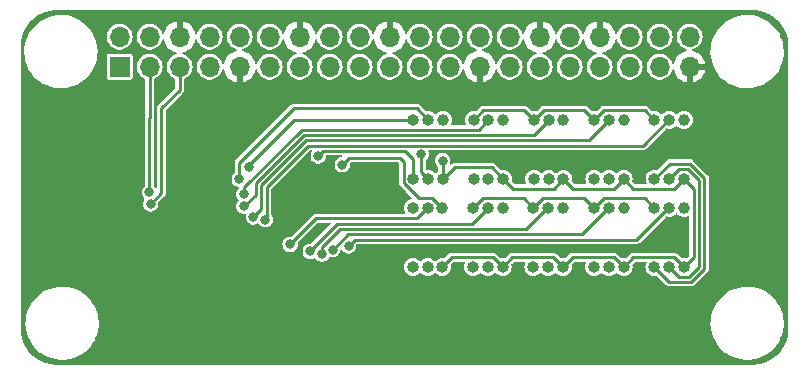
<source format=gbr>
%TF.GenerationSoftware,KiCad,Pcbnew,7.0.9*%
%TF.CreationDate,2023-11-18T01:38:35+02:00*%
%TF.ProjectId,MicroBars,4d696372-6f42-4617-9273-2e6b69636164,rev?*%
%TF.SameCoordinates,Original*%
%TF.FileFunction,Copper,L2,Bot*%
%TF.FilePolarity,Positive*%
%FSLAX46Y46*%
G04 Gerber Fmt 4.6, Leading zero omitted, Abs format (unit mm)*
G04 Created by KiCad (PCBNEW 7.0.9) date 2023-11-18 01:38:35*
%MOMM*%
%LPD*%
G01*
G04 APERTURE LIST*
%TA.AperFunction,ComponentPad*%
%ADD10C,1.000000*%
%TD*%
%TA.AperFunction,ComponentPad*%
%ADD11O,1.000000X1.000000*%
%TD*%
%TA.AperFunction,ComponentPad*%
%ADD12R,1.700000X1.700000*%
%TD*%
%TA.AperFunction,ComponentPad*%
%ADD13O,1.700000X1.700000*%
%TD*%
%TA.AperFunction,ViaPad*%
%ADD14C,0.800000*%
%TD*%
%TA.AperFunction,Conductor*%
%ADD15C,0.250000*%
%TD*%
G04 APERTURE END LIST*
D10*
%TO.P,ALS6,1,A*%
%TO.N,/R1*%
X156653000Y-118175500D03*
D11*
%TO.P,ALS6,2,B*%
%TO.N,/R2*%
X156653000Y-123175500D03*
%TO.P,ALS6,3,C*%
%TO.N,/R3*%
X155403000Y-123175500D03*
%TO.P,ALS6,4,D*%
%TO.N,/R4*%
X154153000Y-123175500D03*
%TO.P,ALS6,5,E*%
%TO.N,/R5*%
X154153000Y-118175500D03*
%TO.P,ALS6,6,KA*%
%TO.N,/C6*%
X155403000Y-118175500D03*
%TD*%
D10*
%TO.P,ALS5,1,A*%
%TO.N,/R1*%
X136200000Y-125625500D03*
D11*
%TO.P,ALS5,2,B*%
%TO.N,/R2*%
X136200000Y-130625500D03*
%TO.P,ALS5,3,C*%
%TO.N,/R3*%
X134950000Y-130625500D03*
%TO.P,ALS5,4,D*%
%TO.N,/R4*%
X133700000Y-130625500D03*
%TO.P,ALS5,5,E*%
%TO.N,/R5*%
X133700000Y-125625500D03*
%TO.P,ALS5,6,KA*%
%TO.N,/C5*%
X134950000Y-125625500D03*
%TD*%
D10*
%TO.P,ALS4,1,A*%
%TO.N,/R1*%
X141300500Y-125625500D03*
D11*
%TO.P,ALS4,2,B*%
%TO.N,/R2*%
X141300500Y-130625500D03*
%TO.P,ALS4,3,C*%
%TO.N,/R3*%
X140050500Y-130625500D03*
%TO.P,ALS4,4,D*%
%TO.N,/R4*%
X138800500Y-130625500D03*
%TO.P,ALS4,5,E*%
%TO.N,/R5*%
X138800500Y-125625500D03*
%TO.P,ALS4,6,KA*%
%TO.N,/C4*%
X140050500Y-125625500D03*
%TD*%
D10*
%TO.P,ALS3,1,A*%
%TO.N,/R1*%
X146400500Y-125625500D03*
D11*
%TO.P,ALS3,2,B*%
%TO.N,/R2*%
X146400500Y-130625500D03*
%TO.P,ALS3,3,C*%
%TO.N,/R3*%
X145150500Y-130625500D03*
%TO.P,ALS3,4,D*%
%TO.N,/R4*%
X143900500Y-130625500D03*
%TO.P,ALS3,5,E*%
%TO.N,/R5*%
X143900500Y-125625500D03*
%TO.P,ALS3,6,KA*%
%TO.N,/C3*%
X145150500Y-125625500D03*
%TD*%
D10*
%TO.P,ALS1,1,A*%
%TO.N,/R1*%
X156650500Y-125625500D03*
D11*
%TO.P,ALS1,2,B*%
%TO.N,/R2*%
X156650500Y-130625500D03*
%TO.P,ALS1,3,C*%
%TO.N,/R3*%
X155400500Y-130625500D03*
%TO.P,ALS1,4,D*%
%TO.N,/R4*%
X154150500Y-130625500D03*
%TO.P,ALS1,5,E*%
%TO.N,/R5*%
X154150500Y-125625500D03*
%TO.P,ALS1,6,KA*%
%TO.N,/C1*%
X155400500Y-125625500D03*
%TD*%
D10*
%TO.P,ALS9,1,A*%
%TO.N,/R1*%
X141351750Y-118175500D03*
D11*
%TO.P,ALS9,2,B*%
%TO.N,/R2*%
X141351750Y-123175500D03*
%TO.P,ALS9,3,C*%
%TO.N,/R3*%
X140101750Y-123175500D03*
%TO.P,ALS9,4,D*%
%TO.N,/R4*%
X138851750Y-123175500D03*
%TO.P,ALS9,5,E*%
%TO.N,/R5*%
X138851750Y-118175500D03*
%TO.P,ALS9,6,KA*%
%TO.N,/C9*%
X140101750Y-118175500D03*
%TD*%
D10*
%TO.P,ALS8,1,A*%
%TO.N,/R1*%
X146453000Y-118175500D03*
D11*
%TO.P,ALS8,2,B*%
%TO.N,/R2*%
X146453000Y-123175500D03*
%TO.P,ALS8,3,C*%
%TO.N,/R3*%
X145203000Y-123175500D03*
%TO.P,ALS8,4,D*%
%TO.N,/R4*%
X143953000Y-123175500D03*
%TO.P,ALS8,5,E*%
%TO.N,/R5*%
X143953000Y-118175500D03*
%TO.P,ALS8,6,KA*%
%TO.N,/C8*%
X145203000Y-118175500D03*
%TD*%
D10*
%TO.P,ALS2,1,A*%
%TO.N,/R1*%
X151550500Y-125625500D03*
D11*
%TO.P,ALS2,2,B*%
%TO.N,/R2*%
X151550500Y-130625500D03*
%TO.P,ALS2,3,C*%
%TO.N,/R3*%
X150300500Y-130625500D03*
%TO.P,ALS2,4,D*%
%TO.N,/R4*%
X149050500Y-130625500D03*
%TO.P,ALS2,5,E*%
%TO.N,/R5*%
X149050500Y-125625500D03*
%TO.P,ALS2,6,KA*%
%TO.N,/C2*%
X150300500Y-125625500D03*
%TD*%
D10*
%TO.P,ALS7,1,A*%
%TO.N,/R1*%
X151553000Y-118175500D03*
D11*
%TO.P,ALS7,2,B*%
%TO.N,/R2*%
X151553000Y-123175500D03*
%TO.P,ALS7,3,C*%
%TO.N,/R3*%
X150303000Y-123175500D03*
%TO.P,ALS7,4,D*%
%TO.N,/R4*%
X149053000Y-123175500D03*
%TO.P,ALS7,5,E*%
%TO.N,/R5*%
X149053000Y-118175500D03*
%TO.P,ALS7,6,KA*%
%TO.N,/C7*%
X150303000Y-118175500D03*
%TD*%
D10*
%TO.P,ALS10,1,A*%
%TO.N,/R1*%
X136251750Y-118175500D03*
D11*
%TO.P,ALS10,2,B*%
%TO.N,/R2*%
X136251750Y-123175500D03*
%TO.P,ALS10,3,C*%
%TO.N,/R3*%
X135001750Y-123175500D03*
%TO.P,ALS10,4,D*%
%TO.N,/R4*%
X133751750Y-123175500D03*
%TO.P,ALS10,5,E*%
%TO.N,/R5*%
X133751750Y-118175500D03*
%TO.P,ALS10,6,KA*%
%TO.N,/C10*%
X135001750Y-118175500D03*
%TD*%
D12*
%TO.P,J1,1,Pin_1*%
%TO.N,+3V3*%
X108870000Y-113670000D03*
D13*
%TO.P,J1,2,Pin_2*%
%TO.N,+5V*%
X108870000Y-111130000D03*
%TO.P,J1,3,Pin_3*%
%TO.N,/GPIO2{slash}SDA1*%
X111410000Y-113670000D03*
%TO.P,J1,4,Pin_4*%
%TO.N,+5V*%
X111410000Y-111130000D03*
%TO.P,J1,5,Pin_5*%
%TO.N,/GPIO3{slash}SCL1*%
X113950000Y-113670000D03*
%TO.P,J1,6,Pin_6*%
%TO.N,GND*%
X113950000Y-111130000D03*
%TO.P,J1,7,Pin_7*%
%TO.N,/GPIO4{slash}GPCLK0*%
X116490000Y-113670000D03*
%TO.P,J1,8,Pin_8*%
%TO.N,/GPIO14{slash}TXD0*%
X116490000Y-111130000D03*
%TO.P,J1,9,Pin_9*%
%TO.N,GND*%
X119030000Y-113670000D03*
%TO.P,J1,10,Pin_10*%
%TO.N,/GPIO15{slash}RXD0*%
X119030000Y-111130000D03*
%TO.P,J1,11,Pin_11*%
%TO.N,/GPIO17*%
X121570000Y-113670000D03*
%TO.P,J1,12,Pin_12*%
%TO.N,/GPIO18{slash}PCM.CLK*%
X121570000Y-111130000D03*
%TO.P,J1,13,Pin_13*%
%TO.N,/GPIO27*%
X124110000Y-113670000D03*
%TO.P,J1,14,Pin_14*%
%TO.N,GND*%
X124110000Y-111130000D03*
%TO.P,J1,15,Pin_15*%
%TO.N,/GPIO22*%
X126650000Y-113670000D03*
%TO.P,J1,16,Pin_16*%
%TO.N,/GPIO23*%
X126650000Y-111130000D03*
%TO.P,J1,17,Pin_17*%
%TO.N,+3V3*%
X129190000Y-113670000D03*
%TO.P,J1,18,Pin_18*%
%TO.N,/GPIO24*%
X129190000Y-111130000D03*
%TO.P,J1,19,Pin_19*%
%TO.N,/GPIO10{slash}SPI0.MOSI*%
X131730000Y-113670000D03*
%TO.P,J1,20,Pin_20*%
%TO.N,GND*%
X131730000Y-111130000D03*
%TO.P,J1,21,Pin_21*%
%TO.N,/GPIO9{slash}SPI0.MISO*%
X134270000Y-113670000D03*
%TO.P,J1,22,Pin_22*%
%TO.N,/GPIO25*%
X134270000Y-111130000D03*
%TO.P,J1,23,Pin_23*%
%TO.N,/GPIO11{slash}SPI0.SCLK*%
X136810000Y-113670000D03*
%TO.P,J1,24,Pin_24*%
%TO.N,/GPIO8{slash}SPI0.CE0*%
X136810000Y-111130000D03*
%TO.P,J1,25,Pin_25*%
%TO.N,GND*%
X139350000Y-113670000D03*
%TO.P,J1,26,Pin_26*%
%TO.N,/GPIO7{slash}SPI0.CE1*%
X139350000Y-111130000D03*
%TO.P,J1,27,Pin_27*%
%TO.N,/ID_SDA*%
X141890000Y-113670000D03*
%TO.P,J1,28,Pin_28*%
%TO.N,/ID_SCL*%
X141890000Y-111130000D03*
%TO.P,J1,29,Pin_29*%
%TO.N,/GPIO5*%
X144430000Y-113670000D03*
%TO.P,J1,30,Pin_30*%
%TO.N,GND*%
X144430000Y-111130000D03*
%TO.P,J1,31,Pin_31*%
%TO.N,/GPIO6*%
X146970000Y-113670000D03*
%TO.P,J1,32,Pin_32*%
%TO.N,/GPIO12{slash}PWM0*%
X146970000Y-111130000D03*
%TO.P,J1,33,Pin_33*%
%TO.N,/GPIO13{slash}PWM1*%
X149510000Y-113670000D03*
%TO.P,J1,34,Pin_34*%
%TO.N,GND*%
X149510000Y-111130000D03*
%TO.P,J1,35,Pin_35*%
%TO.N,/GPIO19{slash}PCM.FS*%
X152050000Y-113670000D03*
%TO.P,J1,36,Pin_36*%
%TO.N,/GPIO16*%
X152050000Y-111130000D03*
%TO.P,J1,37,Pin_37*%
%TO.N,/GPIO26*%
X154590000Y-113670000D03*
%TO.P,J1,38,Pin_38*%
%TO.N,/GPIO20{slash}PCM.DIN*%
X154590000Y-111130000D03*
%TO.P,J1,39,Pin_39*%
%TO.N,GND*%
X157130000Y-113670000D03*
%TO.P,J1,40,Pin_40*%
%TO.N,/GPIO21{slash}PCM.DOUT*%
X157130000Y-111130000D03*
%TD*%
D14*
%TO.N,/GPIO2{slash}SDA1*%
X111392058Y-124317383D03*
%TO.N,/GPIO3{slash}SCL1*%
X111487701Y-125312299D03*
%TO.N,GND*%
X117600000Y-127800000D03*
X120400000Y-119000000D03*
X103800000Y-121600000D03*
X117400000Y-123400000D03*
X127800000Y-116200000D03*
X107400000Y-121600000D03*
X128800000Y-116200000D03*
X101800000Y-119200000D03*
X122400000Y-130400000D03*
X132400000Y-116200000D03*
X125000000Y-125200000D03*
X130000000Y-116200000D03*
X118800000Y-129200000D03*
X119600000Y-119800000D03*
X121200000Y-118400000D03*
X126600000Y-125200000D03*
X131400000Y-123200000D03*
X123800000Y-129800000D03*
X125800000Y-125200000D03*
X131000000Y-116200000D03*
X101800000Y-128400000D03*
X122400000Y-127400000D03*
X129200000Y-122400000D03*
%TO.N,/C1*%
X128252822Y-128852822D03*
%TO.N,/R1*%
X127720102Y-121974500D03*
%TO.N,/R2*%
X136213000Y-121626000D03*
%TO.N,/R3*%
X134413000Y-121075000D03*
%TO.N,/R4*%
X125691326Y-121237284D03*
%TO.N,/R5*%
X119800000Y-122200000D03*
%TO.N,/C2*%
X126906677Y-129174369D03*
%TO.N,/C3*%
X125982659Y-129555415D03*
%TO.N,/C4*%
X125013000Y-129313000D03*
%TO.N,/C5*%
X123313000Y-128713000D03*
%TO.N,/C10*%
X119000000Y-123200000D03*
%TO.N,/C9*%
X119400000Y-124489000D03*
%TO.N,/C8*%
X119400000Y-125488503D03*
%TO.N,/C7*%
X120200000Y-126400000D03*
%TO.N,/C6*%
X121213000Y-126637500D03*
%TD*%
D15*
%TO.N,/R4*%
X125691326Y-121237284D02*
X126128110Y-120800500D01*
X133063000Y-120800500D02*
X133751750Y-121489250D01*
X133751750Y-121489250D02*
X133751750Y-123175500D01*
X126128110Y-120800500D02*
X133063000Y-120800500D01*
%TO.N,/C9*%
X119400000Y-123890812D02*
X124290312Y-119000500D01*
X124290312Y-119000500D02*
X139276750Y-119000500D01*
X119400000Y-124489000D02*
X119400000Y-123890812D01*
X139276750Y-119000500D02*
X140101750Y-118175500D01*
%TO.N,/C8*%
X124476708Y-119450500D02*
X143928000Y-119450500D01*
X143928000Y-119450500D02*
X145203000Y-118175500D01*
X120400000Y-123527208D02*
X124476708Y-119450500D01*
X119400000Y-125514305D02*
X120400000Y-124514305D01*
X120400000Y-124514305D02*
X120400000Y-123527208D01*
X119400000Y-125488503D02*
X119400000Y-125514305D01*
%TO.N,/GPIO2{slash}SDA1*%
X111410000Y-117990000D02*
X111410000Y-113670000D01*
X111400000Y-118000000D02*
X111410000Y-117990000D01*
X111400000Y-118000000D02*
X111392058Y-118007942D01*
X111392058Y-118007942D02*
X111392058Y-124317383D01*
%TO.N,/GPIO3{slash}SCL1*%
X112400000Y-117200000D02*
X112400000Y-124400000D01*
X112400000Y-117200000D02*
X113950000Y-115650000D01*
X113950000Y-115650000D02*
X113950000Y-113670000D01*
X112400000Y-124400000D02*
X111487701Y-125312299D01*
%TO.N,/C1*%
X155400500Y-125625500D02*
X155317227Y-125625500D01*
X155317227Y-125625500D02*
X152629727Y-128313000D01*
X128792644Y-128313000D02*
X128252822Y-128852822D01*
X152629727Y-128313000D02*
X128792644Y-128313000D01*
%TO.N,/R1*%
X135326750Y-124800500D02*
X134210023Y-124800500D01*
X132600000Y-121400000D02*
X128294602Y-121400000D01*
X132926750Y-121726750D02*
X132600000Y-121400000D01*
X128294602Y-121400000D02*
X127720102Y-121974500D01*
X136151750Y-125625500D02*
X135326750Y-124800500D01*
X134210023Y-124800500D02*
X132926750Y-123517227D01*
X132926750Y-123517227D02*
X132926750Y-121726750D01*
%TO.N,/R2*%
X147278000Y-124000500D02*
X150728000Y-124000500D01*
X142125500Y-129800500D02*
X141300500Y-130625500D01*
X156650500Y-130625500D02*
X157475500Y-129800500D01*
X151550500Y-130625500D02*
X150725500Y-129800500D01*
X136976750Y-129800500D02*
X136151750Y-130625500D01*
X145628000Y-124000500D02*
X146453000Y-123175500D01*
X151553000Y-123175500D02*
X152378000Y-124000500D01*
X150725500Y-129800500D02*
X147225500Y-129800500D01*
X146453000Y-123175500D02*
X147278000Y-124000500D01*
X155825500Y-129800500D02*
X152375500Y-129800500D01*
X157475500Y-129800500D02*
X157475500Y-123998000D01*
X156650500Y-130625500D02*
X155825500Y-129800500D01*
X137227250Y-122200000D02*
X140376250Y-122200000D01*
X145575500Y-129800500D02*
X142125500Y-129800500D01*
X152378000Y-124000500D02*
X155828000Y-124000500D01*
X136251750Y-123175500D02*
X137227250Y-122200000D01*
X140475500Y-129800500D02*
X136976750Y-129800500D01*
X157475500Y-123998000D02*
X156653000Y-123175500D01*
X146400500Y-130625500D02*
X145575500Y-129800500D01*
X152375500Y-129800500D02*
X151550500Y-130625500D01*
X150728000Y-124000500D02*
X151553000Y-123175500D01*
X142176750Y-124000500D02*
X145628000Y-124000500D01*
X136213000Y-121626000D02*
X136213000Y-123136750D01*
X155828000Y-124000500D02*
X156653000Y-123175500D01*
X141351750Y-123175500D02*
X142176750Y-124000500D01*
X140376250Y-122200000D02*
X141351750Y-123175500D01*
X147225500Y-129800500D02*
X146400500Y-130625500D01*
X136213000Y-123136750D02*
X136251750Y-123175500D01*
X141300500Y-130625500D02*
X140475500Y-129800500D01*
%TO.N,/R3*%
X134413000Y-122586750D02*
X135001750Y-123175500D01*
X157075500Y-131450500D02*
X157925500Y-130600500D01*
X157925500Y-123281273D02*
X156994727Y-122350500D01*
X156994727Y-122350500D02*
X156228000Y-122350500D01*
X134413000Y-121075000D02*
X134413000Y-122586750D01*
X157925500Y-130600500D02*
X157925500Y-123281273D01*
X155400500Y-130625500D02*
X156225500Y-131450500D01*
X156228000Y-122350500D02*
X155403000Y-123175500D01*
X156225500Y-131450500D02*
X157075500Y-131450500D01*
%TO.N,/R4*%
X154150500Y-130625500D02*
X155425500Y-131900500D01*
X155453000Y-121875500D02*
X154153000Y-123175500D01*
X157156123Y-121875500D02*
X155453000Y-121875500D01*
X158375500Y-130786896D02*
X158375500Y-123094877D01*
X158375500Y-123094877D02*
X157156123Y-121875500D01*
X155425500Y-131900500D02*
X157261896Y-131900500D01*
X157261896Y-131900500D02*
X158375500Y-130786896D01*
%TO.N,/R5*%
X154150500Y-125625500D02*
X153325500Y-124800500D01*
X154153000Y-118175500D02*
X153328000Y-117350500D01*
X144725500Y-124800500D02*
X143900500Y-125625500D01*
X139625500Y-124800500D02*
X138800500Y-125625500D01*
X139676750Y-117350500D02*
X138851750Y-118175500D01*
X143953000Y-118175500D02*
X143128000Y-117350500D01*
X153325500Y-124800500D02*
X149875500Y-124800500D01*
X153328000Y-117350500D02*
X149878000Y-117350500D01*
X148228000Y-117350500D02*
X144778000Y-117350500D01*
X143075500Y-124800500D02*
X139625500Y-124800500D01*
X143128000Y-117350500D02*
X139676750Y-117350500D01*
X123649098Y-118175500D02*
X133751750Y-118175500D01*
X148225500Y-124800500D02*
X144725500Y-124800500D01*
X149050500Y-125625500D02*
X148225500Y-124800500D01*
X149878000Y-117350500D02*
X149053000Y-118175500D01*
X149053000Y-118175500D02*
X148228000Y-117350500D01*
X149875500Y-124800500D02*
X149050500Y-125625500D01*
X119800000Y-122024598D02*
X123649098Y-118175500D01*
X154150500Y-118173000D02*
X154153000Y-118175500D01*
X144778000Y-117350500D02*
X143953000Y-118175500D01*
X119800000Y-122200000D02*
X119800000Y-122024598D01*
X143900500Y-125625500D02*
X143075500Y-124800500D01*
%TO.N,/C2*%
X126906677Y-129174369D02*
X128218046Y-127863000D01*
X147979727Y-127863000D02*
X150217227Y-125625500D01*
X128218046Y-127863000D02*
X147979727Y-127863000D01*
X150217227Y-125625500D02*
X150300500Y-125625500D01*
%TO.N,/C3*%
X125982659Y-128967341D02*
X127537000Y-127413000D01*
X125982659Y-129555415D02*
X125982659Y-128967341D01*
X127537000Y-127413000D02*
X143279727Y-127413000D01*
X143279727Y-127413000D02*
X145067227Y-125625500D01*
X145067227Y-125625500D02*
X145150500Y-125625500D01*
%TO.N,/C4*%
X125013000Y-129250604D02*
X127300604Y-126963000D01*
X138713000Y-126963000D02*
X140050500Y-125625500D01*
X127300604Y-126963000D02*
X138713000Y-126963000D01*
X125013000Y-129313000D02*
X125013000Y-129250604D01*
%TO.N,/C5*%
X125487000Y-126513000D02*
X134014250Y-126513000D01*
X123313000Y-128713000D02*
X123313000Y-128687000D01*
X123313000Y-128687000D02*
X125487000Y-126513000D01*
X134014250Y-126513000D02*
X134901750Y-125625500D01*
%TO.N,/C10*%
X123600000Y-117200000D02*
X134026250Y-117200000D01*
X119000000Y-123200000D02*
X119000000Y-121800000D01*
X119000000Y-121800000D02*
X123600000Y-117200000D01*
X134026250Y-117200000D02*
X135001750Y-118175500D01*
%TO.N,/C7*%
X124663104Y-119900500D02*
X148578000Y-119900500D01*
X120863500Y-125736500D02*
X120863500Y-123700104D01*
X148578000Y-119900500D02*
X150303000Y-118175500D01*
X120200000Y-126400000D02*
X120863500Y-125736500D01*
X120863500Y-123700104D02*
X124663104Y-119900500D01*
%TO.N,/C6*%
X153144727Y-120350500D02*
X124849500Y-120350500D01*
X155319727Y-118175500D02*
X153144727Y-120350500D01*
X121313500Y-126537000D02*
X121213000Y-126637500D01*
X124849500Y-120350500D02*
X121313500Y-123886500D01*
X121313500Y-123886500D02*
X121313500Y-126537000D01*
X155403000Y-118175500D02*
X155319727Y-118175500D01*
%TD*%
%TA.AperFunction,Conductor*%
%TO.N,GND*%
G36*
X162500959Y-108900551D02*
G01*
X162547596Y-108902994D01*
X162633628Y-108907503D01*
X162818284Y-108917874D01*
X162821981Y-108918270D01*
X162975647Y-108942608D01*
X163139334Y-108970419D01*
X163142688Y-108971153D01*
X163241996Y-108997762D01*
X163296693Y-109012418D01*
X163452770Y-109057383D01*
X163455757Y-109058384D01*
X163606170Y-109116122D01*
X163754927Y-109177739D01*
X163757534Y-109178941D01*
X163843741Y-109222866D01*
X163901922Y-109252511D01*
X164042261Y-109330073D01*
X164044475Y-109331401D01*
X164119487Y-109380115D01*
X164180870Y-109419978D01*
X164181233Y-109420235D01*
X164311397Y-109512592D01*
X164313272Y-109514014D01*
X164439209Y-109615995D01*
X164440579Y-109617161D01*
X164559240Y-109723203D01*
X164560749Y-109724629D01*
X164675369Y-109839249D01*
X164676795Y-109840758D01*
X164782837Y-109959419D01*
X164784003Y-109960789D01*
X164885984Y-110086726D01*
X164887406Y-110088601D01*
X164980020Y-110219127D01*
X165068583Y-110355501D01*
X165069936Y-110357756D01*
X165147488Y-110498077D01*
X165221050Y-110642449D01*
X165222267Y-110645089D01*
X165283875Y-110793823D01*
X165285940Y-110799202D01*
X165341608Y-110944225D01*
X165342620Y-110947243D01*
X165387579Y-111103297D01*
X165428845Y-111257310D01*
X165429584Y-111260690D01*
X165457394Y-111424369D01*
X165481727Y-111578009D01*
X165482125Y-111581724D01*
X165492509Y-111766617D01*
X165499449Y-111899040D01*
X165499500Y-111900976D01*
X165499500Y-135899023D01*
X165499449Y-135900959D01*
X165492509Y-136033382D01*
X165482125Y-136218274D01*
X165481727Y-136221989D01*
X165457394Y-136375630D01*
X165429584Y-136539308D01*
X165428845Y-136542688D01*
X165387579Y-136696702D01*
X165342620Y-136852755D01*
X165341608Y-136855773D01*
X165283877Y-137006171D01*
X165222267Y-137154909D01*
X165221050Y-137157549D01*
X165147488Y-137301922D01*
X165069936Y-137442242D01*
X165068583Y-137444496D01*
X164980020Y-137580872D01*
X164887405Y-137711398D01*
X164885984Y-137713272D01*
X164784003Y-137839209D01*
X164782837Y-137840579D01*
X164676795Y-137959240D01*
X164675369Y-137960749D01*
X164560749Y-138075369D01*
X164559240Y-138076795D01*
X164440579Y-138182837D01*
X164439209Y-138184003D01*
X164313272Y-138285984D01*
X164311398Y-138287405D01*
X164180872Y-138380020D01*
X164044496Y-138468583D01*
X164042242Y-138469936D01*
X163901922Y-138547488D01*
X163757549Y-138621050D01*
X163754909Y-138622267D01*
X163606171Y-138683877D01*
X163455773Y-138741608D01*
X163452755Y-138742620D01*
X163296702Y-138787579D01*
X163142688Y-138828845D01*
X163139308Y-138829584D01*
X162975630Y-138857394D01*
X162821989Y-138881727D01*
X162818274Y-138882125D01*
X162633382Y-138892509D01*
X162500959Y-138899449D01*
X162499023Y-138899500D01*
X103500977Y-138899500D01*
X103499041Y-138899449D01*
X103366617Y-138892509D01*
X103181724Y-138882125D01*
X103178009Y-138881727D01*
X103024369Y-138857394D01*
X102860690Y-138829584D01*
X102857310Y-138828845D01*
X102703297Y-138787579D01*
X102547243Y-138742620D01*
X102544225Y-138741608D01*
X102393828Y-138683877D01*
X102245089Y-138622267D01*
X102242449Y-138621050D01*
X102098077Y-138547488D01*
X101957756Y-138469936D01*
X101955508Y-138468587D01*
X101819127Y-138380020D01*
X101688601Y-138287406D01*
X101686726Y-138285984D01*
X101560789Y-138184003D01*
X101559419Y-138182837D01*
X101440758Y-138076795D01*
X101439249Y-138075369D01*
X101324629Y-137960749D01*
X101323203Y-137959240D01*
X101217161Y-137840579D01*
X101215995Y-137839209D01*
X101114014Y-137713272D01*
X101112592Y-137711397D01*
X101019979Y-137580872D01*
X100991119Y-137536432D01*
X100931401Y-137444475D01*
X100930073Y-137442261D01*
X100852511Y-137301922D01*
X100833223Y-137264068D01*
X100778941Y-137157534D01*
X100777739Y-137154927D01*
X100716122Y-137006170D01*
X100658384Y-136855757D01*
X100657383Y-136852770D01*
X100612414Y-136696679D01*
X100610652Y-136690104D01*
X100599821Y-136649683D01*
X100571153Y-136542688D01*
X100570419Y-136539334D01*
X100542601Y-136375606D01*
X100541717Y-136370026D01*
X100518270Y-136221981D01*
X100517874Y-136218284D01*
X100507490Y-136033382D01*
X100502994Y-135947596D01*
X100500551Y-135900959D01*
X100500500Y-135899023D01*
X100500500Y-135488678D01*
X100895701Y-135488678D01*
X100926045Y-135841969D01*
X100996463Y-136189491D01*
X100996463Y-136189493D01*
X101106033Y-136526716D01*
X101106034Y-136526720D01*
X101253336Y-136849268D01*
X101347937Y-137006145D01*
X101436443Y-137152915D01*
X101652971Y-137433713D01*
X101900095Y-137687997D01*
X102042150Y-137804155D01*
X102167993Y-137907057D01*
X102174595Y-137912455D01*
X102472891Y-138104159D01*
X102791096Y-138260609D01*
X102791109Y-138260613D01*
X102791110Y-138260614D01*
X103125048Y-138379764D01*
X103125053Y-138379765D01*
X103125061Y-138379768D01*
X103470432Y-138460080D01*
X103822707Y-138500500D01*
X103822709Y-138500500D01*
X104088583Y-138500500D01*
X104353997Y-138485323D01*
X104354003Y-138485322D01*
X104354008Y-138485322D01*
X104354011Y-138485321D01*
X104354015Y-138485321D01*
X104499867Y-138460080D01*
X104703400Y-138424857D01*
X105043623Y-138324959D01*
X105370241Y-138186929D01*
X105678995Y-138012568D01*
X105965861Y-137804147D01*
X106227099Y-137564385D01*
X106459304Y-137296407D01*
X106659448Y-137003706D01*
X106752741Y-136826896D01*
X106824918Y-136690104D01*
X106824918Y-136690102D01*
X106824921Y-136690098D01*
X106953568Y-136359672D01*
X107043710Y-136016736D01*
X107094173Y-135665759D01*
X107099232Y-135488678D01*
X158895701Y-135488678D01*
X158926045Y-135841969D01*
X158996463Y-136189491D01*
X158996463Y-136189493D01*
X159106033Y-136526716D01*
X159106034Y-136526720D01*
X159253336Y-136849268D01*
X159347937Y-137006145D01*
X159436443Y-137152915D01*
X159652971Y-137433713D01*
X159900095Y-137687997D01*
X160042150Y-137804155D01*
X160167993Y-137907057D01*
X160174595Y-137912455D01*
X160472891Y-138104159D01*
X160791096Y-138260609D01*
X160791109Y-138260613D01*
X160791110Y-138260614D01*
X161125048Y-138379764D01*
X161125053Y-138379765D01*
X161125061Y-138379768D01*
X161470432Y-138460080D01*
X161822707Y-138500500D01*
X161822709Y-138500500D01*
X162088583Y-138500500D01*
X162353997Y-138485323D01*
X162354003Y-138485322D01*
X162354008Y-138485322D01*
X162354011Y-138485321D01*
X162354015Y-138485321D01*
X162499867Y-138460080D01*
X162703400Y-138424857D01*
X163043623Y-138324959D01*
X163370241Y-138186929D01*
X163678995Y-138012568D01*
X163965861Y-137804147D01*
X164227099Y-137564385D01*
X164459304Y-137296407D01*
X164659448Y-137003706D01*
X164752741Y-136826896D01*
X164824918Y-136690104D01*
X164824918Y-136690102D01*
X164824921Y-136690098D01*
X164953568Y-136359672D01*
X165043710Y-136016736D01*
X165094173Y-135665759D01*
X165104299Y-135311317D01*
X165073955Y-134958032D01*
X165003537Y-134610508D01*
X164893964Y-134273277D01*
X164746663Y-133950731D01*
X164563556Y-133647084D01*
X164347029Y-133366287D01*
X164099905Y-133112003D01*
X163825405Y-132887545D01*
X163527109Y-132695841D01*
X163208904Y-132539391D01*
X163208899Y-132539389D01*
X163208889Y-132539385D01*
X162874951Y-132420235D01*
X162874939Y-132420232D01*
X162529569Y-132339920D01*
X162177296Y-132299500D01*
X162177293Y-132299500D01*
X161911424Y-132299500D01*
X161911417Y-132299500D01*
X161646002Y-132314676D01*
X161645984Y-132314678D01*
X161296607Y-132375141D01*
X160956373Y-132475042D01*
X160629756Y-132613072D01*
X160629753Y-132613073D01*
X160321005Y-132787431D01*
X160034150Y-132995844D01*
X160034141Y-132995851D01*
X159772897Y-133235619D01*
X159540696Y-133503592D01*
X159340548Y-133796299D01*
X159175081Y-134109895D01*
X159046433Y-134440324D01*
X158956289Y-134783265D01*
X158905827Y-135134232D01*
X158905827Y-135134234D01*
X158895701Y-135488678D01*
X107099232Y-135488678D01*
X107104299Y-135311317D01*
X107073955Y-134958032D01*
X107003537Y-134610508D01*
X106893964Y-134273277D01*
X106746663Y-133950731D01*
X106563556Y-133647084D01*
X106347029Y-133366287D01*
X106099905Y-133112003D01*
X105825405Y-132887545D01*
X105527109Y-132695841D01*
X105208904Y-132539391D01*
X105208899Y-132539389D01*
X105208889Y-132539385D01*
X104874951Y-132420235D01*
X104874939Y-132420232D01*
X104529569Y-132339920D01*
X104177296Y-132299500D01*
X104177293Y-132299500D01*
X103911424Y-132299500D01*
X103911417Y-132299500D01*
X103646002Y-132314676D01*
X103645984Y-132314678D01*
X103296607Y-132375141D01*
X102956373Y-132475042D01*
X102629756Y-132613072D01*
X102629753Y-132613073D01*
X102321005Y-132787431D01*
X102034150Y-132995844D01*
X102034141Y-132995851D01*
X101772897Y-133235619D01*
X101540696Y-133503592D01*
X101340548Y-133796299D01*
X101175081Y-134109895D01*
X101046433Y-134440324D01*
X100956289Y-134783265D01*
X100905827Y-135134232D01*
X100905827Y-135134234D01*
X100895701Y-135488678D01*
X100500500Y-135488678D01*
X100500500Y-112488683D01*
X100795701Y-112488683D01*
X100826045Y-112841968D01*
X100892513Y-113170000D01*
X100896463Y-113189491D01*
X100896463Y-113189493D01*
X101006033Y-113526716D01*
X101006034Y-113526720D01*
X101153336Y-113849268D01*
X101285991Y-114069250D01*
X101336443Y-114152915D01*
X101552971Y-114433713D01*
X101800095Y-114687997D01*
X102074595Y-114912455D01*
X102372891Y-115104159D01*
X102691096Y-115260609D01*
X102691109Y-115260613D01*
X102691110Y-115260614D01*
X103025048Y-115379764D01*
X103025053Y-115379765D01*
X103025061Y-115379768D01*
X103370432Y-115460080D01*
X103722707Y-115500500D01*
X103722709Y-115500500D01*
X103988583Y-115500500D01*
X104253997Y-115485323D01*
X104254003Y-115485322D01*
X104254008Y-115485322D01*
X104254011Y-115485321D01*
X104254015Y-115485321D01*
X104399867Y-115460080D01*
X104603400Y-115424857D01*
X104943623Y-115324959D01*
X105270241Y-115186929D01*
X105578995Y-115012568D01*
X105865861Y-114804147D01*
X106127099Y-114564385D01*
X106144179Y-114544674D01*
X107769500Y-114544674D01*
X107773420Y-114564380D01*
X107784034Y-114617740D01*
X107829919Y-114686414D01*
X107839399Y-114700601D01*
X107922260Y-114755966D01*
X107995326Y-114770500D01*
X107995328Y-114770500D01*
X109744672Y-114770500D01*
X109744674Y-114770500D01*
X109817740Y-114755966D01*
X109900601Y-114700601D01*
X109955966Y-114617740D01*
X109970500Y-114544674D01*
X109970500Y-113670003D01*
X110304785Y-113670003D01*
X110323601Y-113873076D01*
X110323602Y-113873082D01*
X110379416Y-114069244D01*
X110379418Y-114069250D01*
X110470327Y-114251821D01*
X110470328Y-114251822D01*
X110470329Y-114251825D01*
X110593234Y-114414578D01*
X110593235Y-114414579D01*
X110730637Y-114539836D01*
X110743959Y-114551981D01*
X110917363Y-114659348D01*
X110987231Y-114686414D01*
X111025332Y-114719740D01*
X111034500Y-114755417D01*
X111034500Y-117880668D01*
X111030491Y-117904695D01*
X111016557Y-117945284D01*
X111015549Y-117951328D01*
X111015271Y-117951281D01*
X111014769Y-117954732D01*
X111015048Y-117954767D01*
X111014290Y-117960850D01*
X111014290Y-117960853D01*
X111014290Y-117960854D01*
X111016216Y-118007432D01*
X111016558Y-118015697D01*
X111016558Y-123747682D01*
X110999245Y-123795248D01*
X110991629Y-123803072D01*
X110901575Y-123882853D01*
X110811837Y-124012861D01*
X110811836Y-124012861D01*
X110755822Y-124160560D01*
X110755819Y-124160574D01*
X110736780Y-124317379D01*
X110736780Y-124317386D01*
X110755819Y-124474191D01*
X110755822Y-124474205D01*
X110811836Y-124621904D01*
X110851995Y-124680084D01*
X110901575Y-124751913D01*
X110958718Y-124802537D01*
X110965761Y-124808776D01*
X110989884Y-124853277D01*
X110979760Y-124902873D01*
X110977591Y-124906203D01*
X110907480Y-125007777D01*
X110907479Y-125007777D01*
X110851465Y-125155476D01*
X110851462Y-125155490D01*
X110832423Y-125312295D01*
X110832423Y-125312302D01*
X110851462Y-125469107D01*
X110851465Y-125469121D01*
X110907479Y-125616820D01*
X110984501Y-125728405D01*
X110997218Y-125746829D01*
X111115461Y-125851582D01*
X111255336Y-125924995D01*
X111408716Y-125962799D01*
X111408720Y-125962799D01*
X111566682Y-125962799D01*
X111566686Y-125962799D01*
X111720066Y-125924995D01*
X111859941Y-125851582D01*
X111978184Y-125746829D01*
X112067921Y-125616822D01*
X112073302Y-125602635D01*
X112093146Y-125550309D01*
X112123938Y-125469117D01*
X112142979Y-125312299D01*
X112141219Y-125297808D01*
X112138606Y-125276291D01*
X112133869Y-125237277D01*
X112145321Y-125187972D01*
X112154998Y-125176037D01*
X112632558Y-124698477D01*
X112644400Y-124688861D01*
X112657836Y-124680084D01*
X112680594Y-124650843D01*
X112683631Y-124647405D01*
X112687520Y-124643517D01*
X112701088Y-124624513D01*
X112734809Y-124581189D01*
X112734809Y-124581186D01*
X112737727Y-124575797D01*
X112737977Y-124575932D01*
X112739570Y-124572838D01*
X112739314Y-124572713D01*
X112742006Y-124567203D01*
X112742010Y-124567199D01*
X112757673Y-124514587D01*
X112775500Y-124462660D01*
X112775500Y-124462659D01*
X112776510Y-124456610D01*
X112776787Y-124456656D01*
X112777289Y-124453208D01*
X112777010Y-124453174D01*
X112777767Y-124447093D01*
X112777769Y-124447088D01*
X112775500Y-124392230D01*
X112775500Y-123200003D01*
X118344722Y-123200003D01*
X118363761Y-123356808D01*
X118363764Y-123356822D01*
X118419778Y-123504521D01*
X118503528Y-123625854D01*
X118509517Y-123634530D01*
X118627760Y-123739283D01*
X118767635Y-123812696D01*
X118921015Y-123850500D01*
X118944630Y-123850500D01*
X118992196Y-123867813D01*
X119017506Y-123911650D01*
X119008716Y-123961500D01*
X118993701Y-123979890D01*
X118909517Y-124054470D01*
X118819779Y-124184478D01*
X118819778Y-124184478D01*
X118763764Y-124332177D01*
X118763761Y-124332191D01*
X118744722Y-124488996D01*
X118744722Y-124489003D01*
X118763761Y-124645808D01*
X118763764Y-124645822D01*
X118819778Y-124793521D01*
X118830308Y-124808776D01*
X118909517Y-124923530D01*
X118920497Y-124933257D01*
X118920614Y-124933361D01*
X118944738Y-124977862D01*
X118934612Y-125027458D01*
X118920617Y-125044139D01*
X118909517Y-125053972D01*
X118819779Y-125183981D01*
X118819778Y-125183981D01*
X118763764Y-125331680D01*
X118763761Y-125331694D01*
X118744722Y-125488499D01*
X118744722Y-125488506D01*
X118763761Y-125645311D01*
X118763764Y-125645325D01*
X118819778Y-125793024D01*
X118820153Y-125793567D01*
X118909517Y-125923033D01*
X119027760Y-126027786D01*
X119167635Y-126101199D01*
X119321015Y-126139003D01*
X119321019Y-126139003D01*
X119478981Y-126139003D01*
X119478985Y-126139003D01*
X119479187Y-126138953D01*
X119479295Y-126138964D01*
X119483429Y-126138463D01*
X119483545Y-126139422D01*
X119529513Y-126144377D01*
X119564580Y-126180881D01*
X119567979Y-126231386D01*
X119566092Y-126237038D01*
X119563762Y-126243181D01*
X119544722Y-126399996D01*
X119544722Y-126400003D01*
X119563761Y-126556808D01*
X119563764Y-126556822D01*
X119619778Y-126704521D01*
X119709516Y-126834529D01*
X119709517Y-126834530D01*
X119827760Y-126939283D01*
X119967635Y-127012696D01*
X120121015Y-127050500D01*
X120121019Y-127050500D01*
X120278981Y-127050500D01*
X120278985Y-127050500D01*
X120432365Y-127012696D01*
X120557243Y-126947153D01*
X120607405Y-126940378D01*
X120650188Y-126967431D01*
X120652533Y-126970640D01*
X120686732Y-127020187D01*
X120722517Y-127072030D01*
X120840760Y-127176783D01*
X120980635Y-127250196D01*
X121134015Y-127288000D01*
X121134019Y-127288000D01*
X121291981Y-127288000D01*
X121291985Y-127288000D01*
X121445365Y-127250196D01*
X121585240Y-127176783D01*
X121703483Y-127072030D01*
X121793220Y-126942023D01*
X121804920Y-126911174D01*
X121813519Y-126888500D01*
X121849237Y-126794318D01*
X121868278Y-126637500D01*
X121849237Y-126480682D01*
X121818640Y-126400003D01*
X121793221Y-126332978D01*
X121731239Y-126243182D01*
X121703483Y-126202970D01*
X121703481Y-126202968D01*
X121702099Y-126200966D01*
X121689000Y-126158929D01*
X121689000Y-124072689D01*
X121706313Y-124025123D01*
X121710674Y-124020363D01*
X124983363Y-120747674D01*
X125029239Y-120726282D01*
X125035689Y-120726000D01*
X125112827Y-120726000D01*
X125160393Y-120743313D01*
X125185703Y-120787150D01*
X125176913Y-120837000D01*
X125173728Y-120842037D01*
X125111105Y-120932762D01*
X125111104Y-120932762D01*
X125055090Y-121080461D01*
X125055087Y-121080475D01*
X125036048Y-121237280D01*
X125036048Y-121237287D01*
X125055087Y-121394092D01*
X125055090Y-121394106D01*
X125111104Y-121541805D01*
X125200842Y-121671813D01*
X125200843Y-121671814D01*
X125319086Y-121776567D01*
X125458961Y-121849980D01*
X125612341Y-121887784D01*
X125612345Y-121887784D01*
X125770307Y-121887784D01*
X125770311Y-121887784D01*
X125923691Y-121849980D01*
X126063566Y-121776567D01*
X126181809Y-121671814D01*
X126271546Y-121541807D01*
X126271641Y-121541558D01*
X126290218Y-121492572D01*
X126327563Y-121394102D01*
X126346143Y-121241081D01*
X126369062Y-121195948D01*
X126415631Y-121176107D01*
X126419603Y-121176000D01*
X127636641Y-121176000D01*
X127684207Y-121193313D01*
X127709517Y-121237150D01*
X127700727Y-121287000D01*
X127661950Y-121319537D01*
X127645560Y-121323461D01*
X127641114Y-121324000D01*
X127487735Y-121361804D01*
X127347863Y-121435216D01*
X127229618Y-121539970D01*
X127139881Y-121669978D01*
X127139880Y-121669978D01*
X127083866Y-121817677D01*
X127083863Y-121817691D01*
X127064824Y-121974496D01*
X127064824Y-121974503D01*
X127083863Y-122131308D01*
X127083866Y-122131322D01*
X127139880Y-122279021D01*
X127211239Y-122382402D01*
X127229619Y-122409030D01*
X127347862Y-122513783D01*
X127487737Y-122587196D01*
X127641117Y-122625000D01*
X127641121Y-122625000D01*
X127799083Y-122625000D01*
X127799087Y-122625000D01*
X127952467Y-122587196D01*
X128092342Y-122513783D01*
X128210585Y-122409030D01*
X128300322Y-122279023D01*
X128356339Y-122131318D01*
X128367039Y-122043192D01*
X128375380Y-121974503D01*
X128375380Y-121974497D01*
X128368322Y-121916377D01*
X128366270Y-121899478D01*
X128377722Y-121850173D01*
X128387399Y-121838238D01*
X128428466Y-121797173D01*
X128474343Y-121775781D01*
X128480791Y-121775500D01*
X132413811Y-121775500D01*
X132461377Y-121792813D01*
X132466137Y-121797174D01*
X132529576Y-121860613D01*
X132550968Y-121906489D01*
X132551250Y-121912939D01*
X132551250Y-123470608D01*
X132549675Y-123485793D01*
X132546383Y-123501491D01*
X132546383Y-123501496D01*
X132550966Y-123538259D01*
X132551250Y-123542840D01*
X132551250Y-123548346D01*
X132555091Y-123571367D01*
X132561884Y-123625854D01*
X132563634Y-123631731D01*
X132563365Y-123631811D01*
X132564429Y-123635131D01*
X132564695Y-123635040D01*
X132566684Y-123640835D01*
X132566685Y-123640837D01*
X132574837Y-123655901D01*
X132592805Y-123689104D01*
X132616925Y-123738441D01*
X132620488Y-123743431D01*
X132620260Y-123743593D01*
X132622345Y-123746389D01*
X132622567Y-123746217D01*
X132626331Y-123751053D01*
X132666721Y-123788235D01*
X133159580Y-124281094D01*
X133635146Y-124756660D01*
X133656538Y-124802537D01*
X133643437Y-124851431D01*
X133601973Y-124880465D01*
X133591111Y-124882520D01*
X133545236Y-124887689D01*
X133531940Y-124889187D01*
X133531932Y-124889189D01*
X133372308Y-124945044D01*
X133229114Y-125035019D01*
X133109519Y-125154614D01*
X133019544Y-125297808D01*
X132963689Y-125457432D01*
X132963687Y-125457440D01*
X132944751Y-125625500D01*
X132963687Y-125793559D01*
X132963689Y-125793567D01*
X133019543Y-125953190D01*
X133064118Y-126024130D01*
X133074765Y-126073616D01*
X133051113Y-126118369D01*
X133004227Y-126137448D01*
X133001460Y-126137500D01*
X125533617Y-126137500D01*
X125518432Y-126135925D01*
X125502732Y-126132633D01*
X125465966Y-126137216D01*
X125461387Y-126137500D01*
X125455878Y-126137500D01*
X125432846Y-126141344D01*
X125378375Y-126148134D01*
X125372498Y-126149884D01*
X125372417Y-126149615D01*
X125369099Y-126150677D01*
X125369191Y-126150943D01*
X125363387Y-126152935D01*
X125315114Y-126179060D01*
X125265788Y-126203174D01*
X125260798Y-126206737D01*
X125260637Y-126206511D01*
X125257837Y-126208599D01*
X125258008Y-126208818D01*
X125253176Y-126212578D01*
X125215992Y-126252970D01*
X123428135Y-128040826D01*
X123382259Y-128062218D01*
X123375809Y-128062500D01*
X123234012Y-128062500D01*
X123080633Y-128100304D01*
X122940761Y-128173716D01*
X122822516Y-128278470D01*
X122732779Y-128408478D01*
X122732778Y-128408478D01*
X122676764Y-128556177D01*
X122676761Y-128556191D01*
X122657722Y-128712996D01*
X122657722Y-128713003D01*
X122676761Y-128869808D01*
X122676764Y-128869822D01*
X122732778Y-129017521D01*
X122822516Y-129147529D01*
X122822517Y-129147530D01*
X122940760Y-129252283D01*
X123080635Y-129325696D01*
X123234015Y-129363500D01*
X123234019Y-129363500D01*
X123391981Y-129363500D01*
X123391985Y-129363500D01*
X123545365Y-129325696D01*
X123685240Y-129252283D01*
X123803483Y-129147530D01*
X123893220Y-129017523D01*
X123896214Y-129009630D01*
X123911892Y-128968288D01*
X123949237Y-128869818D01*
X123968278Y-128713000D01*
X123967934Y-128710170D01*
X123957328Y-128622824D01*
X123956353Y-128614793D01*
X123967805Y-128565488D01*
X123977482Y-128553553D01*
X125620863Y-126910174D01*
X125666740Y-126888782D01*
X125673189Y-126888500D01*
X126665415Y-126888500D01*
X126712981Y-126905813D01*
X126738291Y-126949650D01*
X126729501Y-126999500D01*
X126717741Y-127014825D01*
X125856216Y-127876350D01*
X125091740Y-128640826D01*
X125045864Y-128662218D01*
X125039414Y-128662500D01*
X124934012Y-128662500D01*
X124780633Y-128700304D01*
X124640761Y-128773716D01*
X124522516Y-128878470D01*
X124432779Y-129008478D01*
X124432778Y-129008478D01*
X124376764Y-129156177D01*
X124376761Y-129156191D01*
X124357722Y-129312996D01*
X124357722Y-129313003D01*
X124376761Y-129469808D01*
X124376764Y-129469822D01*
X124432778Y-129617521D01*
X124522516Y-129747529D01*
X124522517Y-129747530D01*
X124640760Y-129852283D01*
X124780635Y-129925696D01*
X124934015Y-129963500D01*
X124934019Y-129963500D01*
X125091981Y-129963500D01*
X125091985Y-129963500D01*
X125245365Y-129925696D01*
X125335938Y-129878158D01*
X125386100Y-129871383D01*
X125428883Y-129898436D01*
X125431228Y-129901646D01*
X125492174Y-129989943D01*
X125492175Y-129989944D01*
X125492176Y-129989945D01*
X125610419Y-130094698D01*
X125750294Y-130168111D01*
X125903674Y-130205915D01*
X125903678Y-130205915D01*
X126061640Y-130205915D01*
X126061644Y-130205915D01*
X126215024Y-130168111D01*
X126354899Y-130094698D01*
X126473142Y-129989945D01*
X126562879Y-129859938D01*
X126574811Y-129828472D01*
X126607863Y-129790138D01*
X126657826Y-129782016D01*
X126670245Y-129785523D01*
X126674309Y-129787064D01*
X126674311Y-129787064D01*
X126674312Y-129787065D01*
X126827692Y-129824869D01*
X126827696Y-129824869D01*
X126985658Y-129824869D01*
X126985662Y-129824869D01*
X127139042Y-129787065D01*
X127278917Y-129713652D01*
X127397160Y-129608899D01*
X127486897Y-129478892D01*
X127490339Y-129469818D01*
X127530659Y-129363500D01*
X127542914Y-129331187D01*
X127556746Y-129217272D01*
X127579665Y-129172139D01*
X127626234Y-129152298D01*
X127674661Y-129167032D01*
X127691106Y-129184153D01*
X127762339Y-129287352D01*
X127880582Y-129392105D01*
X128007066Y-129458490D01*
X128011713Y-129460929D01*
X128020457Y-129465518D01*
X128173837Y-129503322D01*
X128173841Y-129503322D01*
X128331803Y-129503322D01*
X128331807Y-129503322D01*
X128485187Y-129465518D01*
X128625062Y-129392105D01*
X128743305Y-129287352D01*
X128833042Y-129157345D01*
X128836765Y-129147530D01*
X128889057Y-129009644D01*
X128889059Y-129009640D01*
X128906036Y-128869822D01*
X128908100Y-128852825D01*
X128908100Y-128852819D01*
X128898990Y-128777802D01*
X128910442Y-128728495D01*
X128920121Y-128716558D01*
X128926511Y-128710169D01*
X128972388Y-128688781D01*
X128978832Y-128688500D01*
X152583110Y-128688500D01*
X152598294Y-128690074D01*
X152613995Y-128693367D01*
X152650763Y-128688783D01*
X152655342Y-128688500D01*
X152660838Y-128688500D01*
X152660841Y-128688500D01*
X152683867Y-128684657D01*
X152738353Y-128677866D01*
X152738358Y-128677863D01*
X152744234Y-128676115D01*
X152744314Y-128676386D01*
X152747631Y-128675323D01*
X152747539Y-128675055D01*
X152753331Y-128673065D01*
X152753337Y-128673065D01*
X152801604Y-128646944D01*
X152850938Y-128622826D01*
X152850942Y-128622821D01*
X152855931Y-128619261D01*
X152856095Y-128619491D01*
X152858887Y-128617410D01*
X152858713Y-128617186D01*
X152863549Y-128613421D01*
X152863548Y-128613421D01*
X152863553Y-128613419D01*
X152900735Y-128573029D01*
X155110306Y-126363457D01*
X155156181Y-126342066D01*
X155187069Y-126345936D01*
X155232441Y-126361813D01*
X155400500Y-126380749D01*
X155568559Y-126361813D01*
X155728190Y-126305956D01*
X155871390Y-126215977D01*
X155973175Y-126114191D01*
X156019050Y-126092800D01*
X156067945Y-126105901D01*
X156077819Y-126114186D01*
X156179610Y-126215977D01*
X156179612Y-126215978D01*
X156179614Y-126215980D01*
X156297424Y-126290005D01*
X156322810Y-126305956D01*
X156393182Y-126330580D01*
X156478808Y-126360542D01*
X156482441Y-126361813D01*
X156650500Y-126380749D01*
X156818559Y-126361813D01*
X156978190Y-126305956D01*
X156986629Y-126300652D01*
X157036115Y-126290005D01*
X157080868Y-126313656D01*
X157099948Y-126360542D01*
X157100000Y-126363310D01*
X157100000Y-129614309D01*
X157082687Y-129661875D01*
X157078326Y-129666635D01*
X156877204Y-129867757D01*
X156831328Y-129889149D01*
X156816598Y-129888966D01*
X156650500Y-129870251D01*
X156650499Y-129870251D01*
X156640453Y-129871383D01*
X156484405Y-129888965D01*
X156435201Y-129877088D01*
X156423795Y-129867757D01*
X156123979Y-129567941D01*
X156114353Y-129556086D01*
X156105586Y-129542666D01*
X156105583Y-129542663D01*
X156076353Y-129519912D01*
X156072915Y-129516877D01*
X156069018Y-129512980D01*
X156050004Y-129499405D01*
X156006689Y-129465691D01*
X156006686Y-129465690D01*
X156001295Y-129462772D01*
X156001428Y-129462524D01*
X155998329Y-129460929D01*
X155998206Y-129461182D01*
X155992701Y-129458490D01*
X155940096Y-129442829D01*
X155888161Y-129424999D01*
X155882115Y-129423991D01*
X155882161Y-129423714D01*
X155878706Y-129423210D01*
X155878672Y-129423491D01*
X155872589Y-129422732D01*
X155872588Y-129422732D01*
X155872586Y-129422732D01*
X155817744Y-129425000D01*
X152422117Y-129425000D01*
X152406932Y-129423425D01*
X152391232Y-129420133D01*
X152354463Y-129424716D01*
X152349885Y-129425000D01*
X152344378Y-129425000D01*
X152321359Y-129428841D01*
X152281779Y-129433775D01*
X152266874Y-129435634D01*
X152266872Y-129435634D01*
X152266869Y-129435635D01*
X152260997Y-129437383D01*
X152260918Y-129437118D01*
X152257597Y-129438181D01*
X152257688Y-129438444D01*
X152251892Y-129440434D01*
X152251890Y-129440434D01*
X152251890Y-129440435D01*
X152213551Y-129461182D01*
X152203622Y-129466555D01*
X152154287Y-129490674D01*
X152149297Y-129494237D01*
X152149135Y-129494010D01*
X152146336Y-129496097D01*
X152146508Y-129496318D01*
X152141676Y-129500078D01*
X152104492Y-129540470D01*
X151777203Y-129867757D01*
X151731326Y-129889149D01*
X151716598Y-129888966D01*
X151550500Y-129870251D01*
X151550499Y-129870251D01*
X151540453Y-129871383D01*
X151384405Y-129888965D01*
X151335201Y-129877088D01*
X151323795Y-129867757D01*
X151023979Y-129567941D01*
X151014353Y-129556086D01*
X151005586Y-129542666D01*
X151005583Y-129542663D01*
X150976353Y-129519912D01*
X150972915Y-129516877D01*
X150969018Y-129512980D01*
X150950004Y-129499405D01*
X150906689Y-129465691D01*
X150906686Y-129465690D01*
X150901295Y-129462772D01*
X150901428Y-129462524D01*
X150898329Y-129460929D01*
X150898206Y-129461182D01*
X150892701Y-129458490D01*
X150840096Y-129442829D01*
X150788161Y-129424999D01*
X150782115Y-129423991D01*
X150782161Y-129423714D01*
X150778706Y-129423210D01*
X150778672Y-129423491D01*
X150772589Y-129422732D01*
X150772588Y-129422732D01*
X150772586Y-129422732D01*
X150717744Y-129425000D01*
X147272117Y-129425000D01*
X147256932Y-129423425D01*
X147241232Y-129420133D01*
X147204463Y-129424716D01*
X147199885Y-129425000D01*
X147194378Y-129425000D01*
X147171359Y-129428841D01*
X147131779Y-129433775D01*
X147116874Y-129435634D01*
X147116872Y-129435634D01*
X147116869Y-129435635D01*
X147110997Y-129437383D01*
X147110918Y-129437118D01*
X147107597Y-129438181D01*
X147107688Y-129438444D01*
X147101892Y-129440434D01*
X147101890Y-129440434D01*
X147101890Y-129440435D01*
X147063551Y-129461182D01*
X147053622Y-129466555D01*
X147004287Y-129490674D01*
X146999297Y-129494237D01*
X146999135Y-129494010D01*
X146996336Y-129496097D01*
X146996508Y-129496318D01*
X146991676Y-129500078D01*
X146954492Y-129540470D01*
X146627203Y-129867757D01*
X146581326Y-129889149D01*
X146566598Y-129888966D01*
X146400500Y-129870251D01*
X146400499Y-129870251D01*
X146390453Y-129871383D01*
X146234405Y-129888965D01*
X146185201Y-129877088D01*
X146173795Y-129867757D01*
X145873979Y-129567941D01*
X145864353Y-129556086D01*
X145855586Y-129542666D01*
X145855583Y-129542663D01*
X145826353Y-129519912D01*
X145822915Y-129516877D01*
X145819018Y-129512980D01*
X145800004Y-129499405D01*
X145756689Y-129465691D01*
X145756686Y-129465690D01*
X145751295Y-129462772D01*
X145751428Y-129462524D01*
X145748329Y-129460929D01*
X145748206Y-129461182D01*
X145742701Y-129458490D01*
X145690096Y-129442829D01*
X145638161Y-129424999D01*
X145632115Y-129423991D01*
X145632161Y-129423714D01*
X145628706Y-129423210D01*
X145628672Y-129423491D01*
X145622589Y-129422732D01*
X145622588Y-129422732D01*
X145622586Y-129422732D01*
X145567744Y-129425000D01*
X142172117Y-129425000D01*
X142156932Y-129423425D01*
X142141232Y-129420133D01*
X142104463Y-129424716D01*
X142099885Y-129425000D01*
X142094378Y-129425000D01*
X142071359Y-129428841D01*
X142031779Y-129433775D01*
X142016874Y-129435634D01*
X142016872Y-129435634D01*
X142016869Y-129435635D01*
X142010997Y-129437383D01*
X142010918Y-129437118D01*
X142007597Y-129438181D01*
X142007688Y-129438444D01*
X142001892Y-129440434D01*
X142001890Y-129440434D01*
X142001890Y-129440435D01*
X141963551Y-129461182D01*
X141953622Y-129466555D01*
X141904287Y-129490674D01*
X141899297Y-129494237D01*
X141899135Y-129494010D01*
X141896336Y-129496097D01*
X141896508Y-129496318D01*
X141891676Y-129500078D01*
X141854492Y-129540470D01*
X141527203Y-129867757D01*
X141481326Y-129889149D01*
X141466598Y-129888966D01*
X141300500Y-129870251D01*
X141300499Y-129870251D01*
X141290453Y-129871383D01*
X141134405Y-129888965D01*
X141085201Y-129877088D01*
X141073795Y-129867757D01*
X140773979Y-129567941D01*
X140764353Y-129556086D01*
X140755586Y-129542666D01*
X140755583Y-129542663D01*
X140726353Y-129519912D01*
X140722915Y-129516877D01*
X140719018Y-129512980D01*
X140700004Y-129499405D01*
X140656689Y-129465691D01*
X140656686Y-129465690D01*
X140651295Y-129462772D01*
X140651428Y-129462524D01*
X140648329Y-129460929D01*
X140648206Y-129461182D01*
X140642701Y-129458490D01*
X140590096Y-129442829D01*
X140538161Y-129424999D01*
X140532115Y-129423991D01*
X140532161Y-129423714D01*
X140528706Y-129423210D01*
X140528672Y-129423491D01*
X140522589Y-129422732D01*
X140522588Y-129422732D01*
X140522586Y-129422732D01*
X140467744Y-129425000D01*
X137023367Y-129425000D01*
X137008182Y-129423425D01*
X136992482Y-129420133D01*
X136955713Y-129424716D01*
X136951135Y-129425000D01*
X136945628Y-129425000D01*
X136922609Y-129428841D01*
X136883029Y-129433775D01*
X136868124Y-129435634D01*
X136868122Y-129435634D01*
X136868119Y-129435635D01*
X136862247Y-129437383D01*
X136862168Y-129437118D01*
X136858847Y-129438181D01*
X136858938Y-129438444D01*
X136853142Y-129440434D01*
X136853140Y-129440434D01*
X136853140Y-129440435D01*
X136814801Y-129461182D01*
X136804872Y-129466555D01*
X136755537Y-129490674D01*
X136750547Y-129494237D01*
X136750385Y-129494010D01*
X136747586Y-129496097D01*
X136747758Y-129496318D01*
X136742926Y-129500078D01*
X136705742Y-129540470D01*
X136383340Y-129862870D01*
X136337463Y-129884262D01*
X136322729Y-129884079D01*
X136200000Y-129870251D01*
X136031940Y-129889187D01*
X136031932Y-129889189D01*
X135872308Y-129945044D01*
X135729114Y-130035019D01*
X135729113Y-130035020D01*
X135729110Y-130035022D01*
X135729110Y-130035023D01*
X135627324Y-130136808D01*
X135581450Y-130158200D01*
X135532555Y-130145099D01*
X135522680Y-130136813D01*
X135420890Y-130035023D01*
X135420887Y-130035021D01*
X135420885Y-130035019D01*
X135277691Y-129945044D01*
X135118067Y-129889189D01*
X135118059Y-129889187D01*
X134950000Y-129870251D01*
X134781940Y-129889187D01*
X134781932Y-129889189D01*
X134622308Y-129945044D01*
X134479114Y-130035019D01*
X134479113Y-130035020D01*
X134479110Y-130035022D01*
X134479110Y-130035023D01*
X134377324Y-130136808D01*
X134331450Y-130158200D01*
X134282555Y-130145099D01*
X134272680Y-130136813D01*
X134170890Y-130035023D01*
X134170887Y-130035021D01*
X134170885Y-130035019D01*
X134027691Y-129945044D01*
X133868067Y-129889189D01*
X133868059Y-129889187D01*
X133700000Y-129870251D01*
X133531940Y-129889187D01*
X133531932Y-129889189D01*
X133372308Y-129945044D01*
X133229114Y-130035019D01*
X133109519Y-130154614D01*
X133019544Y-130297808D01*
X132963689Y-130457432D01*
X132963687Y-130457440D01*
X132944751Y-130625500D01*
X132963687Y-130793559D01*
X132963689Y-130793567D01*
X133019544Y-130953191D01*
X133109519Y-131096385D01*
X133109521Y-131096387D01*
X133109523Y-131096390D01*
X133229110Y-131215977D01*
X133229112Y-131215978D01*
X133229114Y-131215980D01*
X133372308Y-131305955D01*
X133372310Y-131305956D01*
X133531941Y-131361813D01*
X133700000Y-131380749D01*
X133868059Y-131361813D01*
X134027690Y-131305956D01*
X134170890Y-131215977D01*
X134272675Y-131114191D01*
X134318550Y-131092800D01*
X134367445Y-131105901D01*
X134377319Y-131114186D01*
X134479110Y-131215977D01*
X134479112Y-131215978D01*
X134479114Y-131215980D01*
X134622308Y-131305955D01*
X134622310Y-131305956D01*
X134781941Y-131361813D01*
X134950000Y-131380749D01*
X135118059Y-131361813D01*
X135277690Y-131305956D01*
X135420890Y-131215977D01*
X135522675Y-131114191D01*
X135568550Y-131092800D01*
X135617445Y-131105901D01*
X135627319Y-131114186D01*
X135729110Y-131215977D01*
X135729112Y-131215978D01*
X135729114Y-131215980D01*
X135872308Y-131305955D01*
X135872310Y-131305956D01*
X136031941Y-131361813D01*
X136200000Y-131380749D01*
X136368059Y-131361813D01*
X136527690Y-131305956D01*
X136670890Y-131215977D01*
X136790477Y-131096390D01*
X136880456Y-130953190D01*
X136936313Y-130793559D01*
X136955249Y-130625500D01*
X136936313Y-130457441D01*
X136929516Y-130438017D01*
X136930146Y-130387402D01*
X136947037Y-130361249D01*
X137110613Y-130197674D01*
X137156490Y-130176282D01*
X137162939Y-130176000D01*
X138062690Y-130176000D01*
X138110256Y-130193313D01*
X138135566Y-130237150D01*
X138126776Y-130287000D01*
X138125347Y-130289371D01*
X138120044Y-130297810D01*
X138120042Y-130297814D01*
X138064189Y-130457432D01*
X138064187Y-130457440D01*
X138045251Y-130625500D01*
X138064187Y-130793559D01*
X138064189Y-130793567D01*
X138120044Y-130953191D01*
X138210019Y-131096385D01*
X138210021Y-131096387D01*
X138210023Y-131096390D01*
X138329610Y-131215977D01*
X138329612Y-131215978D01*
X138329614Y-131215980D01*
X138472808Y-131305955D01*
X138472810Y-131305956D01*
X138632441Y-131361813D01*
X138800500Y-131380749D01*
X138968559Y-131361813D01*
X139128190Y-131305956D01*
X139271390Y-131215977D01*
X139373175Y-131114191D01*
X139419050Y-131092800D01*
X139467945Y-131105901D01*
X139477819Y-131114186D01*
X139579610Y-131215977D01*
X139579612Y-131215978D01*
X139579614Y-131215980D01*
X139722808Y-131305955D01*
X139722810Y-131305956D01*
X139882441Y-131361813D01*
X140050500Y-131380749D01*
X140218559Y-131361813D01*
X140378190Y-131305956D01*
X140521390Y-131215977D01*
X140623175Y-131114191D01*
X140669050Y-131092800D01*
X140717945Y-131105901D01*
X140727819Y-131114186D01*
X140829610Y-131215977D01*
X140829612Y-131215978D01*
X140829614Y-131215980D01*
X140972808Y-131305955D01*
X140972810Y-131305956D01*
X141132441Y-131361813D01*
X141300500Y-131380749D01*
X141468559Y-131361813D01*
X141628190Y-131305956D01*
X141771390Y-131215977D01*
X141890977Y-131096390D01*
X141980956Y-130953190D01*
X142036813Y-130793559D01*
X142055749Y-130625500D01*
X142037033Y-130459401D01*
X142048911Y-130410199D01*
X142058236Y-130398799D01*
X142259363Y-130197674D01*
X142305240Y-130176282D01*
X142311689Y-130176000D01*
X143162690Y-130176000D01*
X143210256Y-130193313D01*
X143235566Y-130237150D01*
X143226776Y-130287000D01*
X143225347Y-130289371D01*
X143220044Y-130297810D01*
X143220042Y-130297814D01*
X143164189Y-130457432D01*
X143164187Y-130457440D01*
X143145251Y-130625500D01*
X143164187Y-130793559D01*
X143164189Y-130793567D01*
X143220044Y-130953191D01*
X143310019Y-131096385D01*
X143310021Y-131096387D01*
X143310023Y-131096390D01*
X143429610Y-131215977D01*
X143429612Y-131215978D01*
X143429614Y-131215980D01*
X143572808Y-131305955D01*
X143572810Y-131305956D01*
X143732441Y-131361813D01*
X143900500Y-131380749D01*
X144068559Y-131361813D01*
X144228190Y-131305956D01*
X144371390Y-131215977D01*
X144473175Y-131114191D01*
X144519050Y-131092800D01*
X144567945Y-131105901D01*
X144577819Y-131114186D01*
X144679610Y-131215977D01*
X144679612Y-131215978D01*
X144679614Y-131215980D01*
X144822808Y-131305955D01*
X144822810Y-131305956D01*
X144982441Y-131361813D01*
X145150500Y-131380749D01*
X145318559Y-131361813D01*
X145478190Y-131305956D01*
X145621390Y-131215977D01*
X145723175Y-131114191D01*
X145769050Y-131092800D01*
X145817945Y-131105901D01*
X145827819Y-131114186D01*
X145929610Y-131215977D01*
X145929612Y-131215978D01*
X145929614Y-131215980D01*
X146072808Y-131305955D01*
X146072810Y-131305956D01*
X146232441Y-131361813D01*
X146400500Y-131380749D01*
X146568559Y-131361813D01*
X146728190Y-131305956D01*
X146871390Y-131215977D01*
X146990977Y-131096390D01*
X147080956Y-130953190D01*
X147136813Y-130793559D01*
X147155749Y-130625500D01*
X147137033Y-130459401D01*
X147148911Y-130410199D01*
X147158236Y-130398799D01*
X147359363Y-130197674D01*
X147405240Y-130176282D01*
X147411689Y-130176000D01*
X148312690Y-130176000D01*
X148360256Y-130193313D01*
X148385566Y-130237150D01*
X148376776Y-130287000D01*
X148375347Y-130289371D01*
X148370044Y-130297810D01*
X148370042Y-130297814D01*
X148314189Y-130457432D01*
X148314187Y-130457440D01*
X148295251Y-130625500D01*
X148314187Y-130793559D01*
X148314189Y-130793567D01*
X148370044Y-130953191D01*
X148460019Y-131096385D01*
X148460021Y-131096387D01*
X148460023Y-131096390D01*
X148579610Y-131215977D01*
X148579612Y-131215978D01*
X148579614Y-131215980D01*
X148722808Y-131305955D01*
X148722810Y-131305956D01*
X148882441Y-131361813D01*
X149050500Y-131380749D01*
X149218559Y-131361813D01*
X149378190Y-131305956D01*
X149521390Y-131215977D01*
X149623175Y-131114191D01*
X149669050Y-131092800D01*
X149717945Y-131105901D01*
X149727819Y-131114186D01*
X149829610Y-131215977D01*
X149829612Y-131215978D01*
X149829614Y-131215980D01*
X149972808Y-131305955D01*
X149972810Y-131305956D01*
X150132441Y-131361813D01*
X150300500Y-131380749D01*
X150468559Y-131361813D01*
X150628190Y-131305956D01*
X150771390Y-131215977D01*
X150873175Y-131114191D01*
X150919050Y-131092800D01*
X150967945Y-131105901D01*
X150977819Y-131114186D01*
X151079610Y-131215977D01*
X151079612Y-131215978D01*
X151079614Y-131215980D01*
X151222808Y-131305955D01*
X151222810Y-131305956D01*
X151382441Y-131361813D01*
X151550500Y-131380749D01*
X151718559Y-131361813D01*
X151878190Y-131305956D01*
X152021390Y-131215977D01*
X152140977Y-131096390D01*
X152230956Y-130953190D01*
X152286813Y-130793559D01*
X152305749Y-130625500D01*
X152287033Y-130459401D01*
X152298911Y-130410199D01*
X152308236Y-130398799D01*
X152509363Y-130197674D01*
X152555240Y-130176282D01*
X152561689Y-130176000D01*
X153412690Y-130176000D01*
X153460256Y-130193313D01*
X153485566Y-130237150D01*
X153476776Y-130287000D01*
X153475347Y-130289371D01*
X153470044Y-130297810D01*
X153470042Y-130297814D01*
X153414189Y-130457432D01*
X153414187Y-130457440D01*
X153395251Y-130625500D01*
X153414187Y-130793559D01*
X153414189Y-130793567D01*
X153470044Y-130953191D01*
X153560019Y-131096385D01*
X153560021Y-131096387D01*
X153560023Y-131096390D01*
X153679610Y-131215977D01*
X153679612Y-131215978D01*
X153679614Y-131215980D01*
X153822808Y-131305955D01*
X153822810Y-131305956D01*
X153982441Y-131361813D01*
X154150500Y-131380749D01*
X154316597Y-131362034D01*
X154365799Y-131373911D01*
X154377205Y-131383242D01*
X155127018Y-132133055D01*
X155136642Y-132144906D01*
X155145415Y-132158334D01*
X155145418Y-132158338D01*
X155174654Y-132181094D01*
X155178091Y-132184128D01*
X155181982Y-132188019D01*
X155200983Y-132201585D01*
X155243200Y-132234444D01*
X155244314Y-132235311D01*
X155249706Y-132238229D01*
X155249571Y-132238477D01*
X155252670Y-132240072D01*
X155252795Y-132239818D01*
X155258300Y-132242510D01*
X155310905Y-132258171D01*
X155362838Y-132276000D01*
X155368885Y-132277009D01*
X155368838Y-132277285D01*
X155372292Y-132277789D01*
X155372327Y-132277509D01*
X155378404Y-132278266D01*
X155378411Y-132278268D01*
X155433255Y-132276000D01*
X157215279Y-132276000D01*
X157230463Y-132277574D01*
X157246164Y-132280867D01*
X157282932Y-132276283D01*
X157287511Y-132276000D01*
X157293007Y-132276000D01*
X157293010Y-132276000D01*
X157316036Y-132272157D01*
X157370522Y-132265366D01*
X157370527Y-132265363D01*
X157376403Y-132263615D01*
X157376483Y-132263886D01*
X157379800Y-132262823D01*
X157379708Y-132262555D01*
X157385500Y-132260565D01*
X157385506Y-132260565D01*
X157433773Y-132234444D01*
X157483107Y-132210326D01*
X157483111Y-132210321D01*
X157488100Y-132206761D01*
X157488265Y-132206993D01*
X157491054Y-132204914D01*
X157490879Y-132204689D01*
X157495718Y-132200920D01*
X157495722Y-132200919D01*
X157532903Y-132160529D01*
X158608061Y-131085371D01*
X158619901Y-131075757D01*
X158633336Y-131066980D01*
X158656098Y-131037733D01*
X158659120Y-131034313D01*
X158663020Y-131030414D01*
X158670656Y-131019717D01*
X158676595Y-131011400D01*
X158691769Y-130991903D01*
X158710309Y-130968085D01*
X158710311Y-130968077D01*
X158713229Y-130962688D01*
X158713479Y-130962823D01*
X158715071Y-130959731D01*
X158714816Y-130959606D01*
X158717509Y-130954096D01*
X158717508Y-130954096D01*
X158717510Y-130954095D01*
X158733170Y-130901492D01*
X158751000Y-130849556D01*
X158751000Y-130849555D01*
X158752010Y-130843506D01*
X158752286Y-130843552D01*
X158752789Y-130840102D01*
X158752509Y-130840068D01*
X158753265Y-130833991D01*
X158753268Y-130833984D01*
X158751000Y-130779140D01*
X158751000Y-123141493D01*
X158752575Y-123126307D01*
X158754980Y-123114836D01*
X158755867Y-123110608D01*
X158751283Y-123073841D01*
X158751000Y-123069262D01*
X158751000Y-123063767D01*
X158750999Y-123063756D01*
X158747155Y-123040724D01*
X158740365Y-122986251D01*
X158740363Y-122986247D01*
X158740363Y-122986245D01*
X158738615Y-122980371D01*
X158738886Y-122980290D01*
X158737825Y-122976979D01*
X158737558Y-122977071D01*
X158735566Y-122971269D01*
X158709442Y-122922995D01*
X158685326Y-122873665D01*
X158681762Y-122868673D01*
X158681990Y-122868509D01*
X158679908Y-122865716D01*
X158679685Y-122865890D01*
X158675917Y-122861049D01*
X158664458Y-122850500D01*
X158635541Y-122823880D01*
X157454602Y-121642941D01*
X157444976Y-121631086D01*
X157436209Y-121617666D01*
X157436206Y-121617663D01*
X157406976Y-121594912D01*
X157403538Y-121591877D01*
X157399641Y-121587980D01*
X157380627Y-121574405D01*
X157337312Y-121540691D01*
X157337309Y-121540690D01*
X157331918Y-121537772D01*
X157332051Y-121537524D01*
X157328952Y-121535929D01*
X157328829Y-121536182D01*
X157323324Y-121533490D01*
X157270719Y-121517829D01*
X157218784Y-121499999D01*
X157212738Y-121498991D01*
X157212784Y-121498714D01*
X157209329Y-121498210D01*
X157209295Y-121498491D01*
X157203212Y-121497732D01*
X157203211Y-121497732D01*
X157203209Y-121497732D01*
X157148367Y-121500000D01*
X155499618Y-121500000D01*
X155484433Y-121498425D01*
X155468732Y-121495133D01*
X155431963Y-121499716D01*
X155427385Y-121500000D01*
X155421878Y-121500000D01*
X155401415Y-121503415D01*
X155398857Y-121503842D01*
X155392066Y-121504688D01*
X155344376Y-121510633D01*
X155338499Y-121512383D01*
X155338419Y-121512116D01*
X155335096Y-121513181D01*
X155335187Y-121513445D01*
X155329388Y-121515435D01*
X155281118Y-121541558D01*
X155231788Y-121565674D01*
X155226798Y-121569237D01*
X155226637Y-121569011D01*
X155223837Y-121571099D01*
X155224008Y-121571318D01*
X155219176Y-121575078D01*
X155181992Y-121615470D01*
X154379703Y-122417757D01*
X154333826Y-122439149D01*
X154319098Y-122438966D01*
X154153000Y-122420251D01*
X153984940Y-122439187D01*
X153984932Y-122439189D01*
X153825308Y-122495044D01*
X153682114Y-122585019D01*
X153562519Y-122704614D01*
X153472544Y-122847808D01*
X153416689Y-123007432D01*
X153416687Y-123007440D01*
X153397751Y-123175500D01*
X153416687Y-123343559D01*
X153416689Y-123343567D01*
X153471949Y-123501491D01*
X153472544Y-123503190D01*
X153473382Y-123504523D01*
X153477847Y-123511629D01*
X153488495Y-123561115D01*
X153464844Y-123605868D01*
X153417958Y-123624948D01*
X153415190Y-123625000D01*
X152564189Y-123625000D01*
X152516623Y-123607687D01*
X152511863Y-123603326D01*
X152310742Y-123402204D01*
X152289350Y-123356327D01*
X152289532Y-123341608D01*
X152308249Y-123175500D01*
X152289313Y-123007441D01*
X152233456Y-122847810D01*
X152228921Y-122840592D01*
X152143480Y-122704614D01*
X152143478Y-122704612D01*
X152143477Y-122704610D01*
X152023890Y-122585023D01*
X152023887Y-122585021D01*
X152023885Y-122585019D01*
X151880691Y-122495044D01*
X151721067Y-122439189D01*
X151721059Y-122439187D01*
X151553000Y-122420251D01*
X151384940Y-122439187D01*
X151384932Y-122439189D01*
X151225308Y-122495044D01*
X151082114Y-122585019D01*
X151082113Y-122585020D01*
X151082110Y-122585022D01*
X151082110Y-122585023D01*
X150980324Y-122686808D01*
X150934450Y-122708200D01*
X150885555Y-122695099D01*
X150875680Y-122686813D01*
X150773890Y-122585023D01*
X150773887Y-122585021D01*
X150773885Y-122585019D01*
X150630691Y-122495044D01*
X150471067Y-122439189D01*
X150471059Y-122439187D01*
X150303000Y-122420251D01*
X150134940Y-122439187D01*
X150134932Y-122439189D01*
X149975308Y-122495044D01*
X149832114Y-122585019D01*
X149832113Y-122585020D01*
X149832110Y-122585022D01*
X149832110Y-122585023D01*
X149730324Y-122686808D01*
X149684450Y-122708200D01*
X149635555Y-122695099D01*
X149625680Y-122686813D01*
X149523890Y-122585023D01*
X149523887Y-122585021D01*
X149523885Y-122585019D01*
X149380691Y-122495044D01*
X149221067Y-122439189D01*
X149221059Y-122439187D01*
X149053000Y-122420251D01*
X148884940Y-122439187D01*
X148884932Y-122439189D01*
X148725308Y-122495044D01*
X148582114Y-122585019D01*
X148462519Y-122704614D01*
X148372544Y-122847808D01*
X148316689Y-123007432D01*
X148316687Y-123007440D01*
X148297751Y-123175500D01*
X148316687Y-123343559D01*
X148316689Y-123343567D01*
X148371949Y-123501491D01*
X148372544Y-123503190D01*
X148373382Y-123504523D01*
X148377847Y-123511629D01*
X148388495Y-123561115D01*
X148364844Y-123605868D01*
X148317958Y-123624948D01*
X148315190Y-123625000D01*
X147464189Y-123625000D01*
X147416623Y-123607687D01*
X147411863Y-123603326D01*
X147210742Y-123402204D01*
X147189350Y-123356327D01*
X147189532Y-123341608D01*
X147208249Y-123175500D01*
X147189313Y-123007441D01*
X147133456Y-122847810D01*
X147128921Y-122840592D01*
X147043480Y-122704614D01*
X147043478Y-122704612D01*
X147043477Y-122704610D01*
X146923890Y-122585023D01*
X146923887Y-122585021D01*
X146923885Y-122585019D01*
X146780691Y-122495044D01*
X146621067Y-122439189D01*
X146621059Y-122439187D01*
X146453000Y-122420251D01*
X146284940Y-122439187D01*
X146284932Y-122439189D01*
X146125308Y-122495044D01*
X145982114Y-122585019D01*
X145982113Y-122585020D01*
X145982110Y-122585022D01*
X145982110Y-122585023D01*
X145880324Y-122686808D01*
X145834450Y-122708200D01*
X145785555Y-122695099D01*
X145775680Y-122686813D01*
X145673890Y-122585023D01*
X145673887Y-122585021D01*
X145673885Y-122585019D01*
X145530691Y-122495044D01*
X145371067Y-122439189D01*
X145371059Y-122439187D01*
X145203000Y-122420251D01*
X145034940Y-122439187D01*
X145034932Y-122439189D01*
X144875308Y-122495044D01*
X144732114Y-122585019D01*
X144732113Y-122585020D01*
X144732110Y-122585022D01*
X144732110Y-122585023D01*
X144630324Y-122686808D01*
X144584450Y-122708200D01*
X144535555Y-122695099D01*
X144525680Y-122686813D01*
X144423890Y-122585023D01*
X144423887Y-122585021D01*
X144423885Y-122585019D01*
X144280691Y-122495044D01*
X144121067Y-122439189D01*
X144121059Y-122439187D01*
X143953000Y-122420251D01*
X143784940Y-122439187D01*
X143784932Y-122439189D01*
X143625308Y-122495044D01*
X143482114Y-122585019D01*
X143362519Y-122704614D01*
X143272544Y-122847808D01*
X143216689Y-123007432D01*
X143216687Y-123007440D01*
X143197751Y-123175500D01*
X143216687Y-123343559D01*
X143216689Y-123343567D01*
X143271949Y-123501491D01*
X143272544Y-123503190D01*
X143273382Y-123504523D01*
X143277847Y-123511629D01*
X143288495Y-123561115D01*
X143264844Y-123605868D01*
X143217958Y-123624948D01*
X143215190Y-123625000D01*
X142362939Y-123625000D01*
X142315373Y-123607687D01*
X142310613Y-123603326D01*
X142109492Y-123402204D01*
X142088100Y-123356327D01*
X142088282Y-123341608D01*
X142106999Y-123175500D01*
X142088063Y-123007441D01*
X142032206Y-122847810D01*
X142027671Y-122840592D01*
X141942230Y-122704614D01*
X141942228Y-122704612D01*
X141942227Y-122704610D01*
X141822640Y-122585023D01*
X141822637Y-122585021D01*
X141822635Y-122585019D01*
X141679441Y-122495044D01*
X141519817Y-122439189D01*
X141519809Y-122439187D01*
X141449030Y-122431212D01*
X141351750Y-122420251D01*
X141351749Y-122420251D01*
X141322098Y-122423591D01*
X141185655Y-122438965D01*
X141136451Y-122427088D01*
X141125045Y-122417757D01*
X140674729Y-121967441D01*
X140665103Y-121955586D01*
X140656336Y-121942166D01*
X140656333Y-121942163D01*
X140627103Y-121919412D01*
X140623665Y-121916377D01*
X140619768Y-121912480D01*
X140600754Y-121898905D01*
X140557439Y-121865191D01*
X140557436Y-121865190D01*
X140552045Y-121862272D01*
X140552178Y-121862024D01*
X140549079Y-121860429D01*
X140548956Y-121860682D01*
X140543451Y-121857990D01*
X140490846Y-121842329D01*
X140438911Y-121824499D01*
X140432865Y-121823491D01*
X140432911Y-121823214D01*
X140429456Y-121822710D01*
X140429422Y-121822991D01*
X140423339Y-121822232D01*
X140423338Y-121822232D01*
X140423336Y-121822232D01*
X140368494Y-121824500D01*
X137273867Y-121824500D01*
X137258682Y-121822925D01*
X137242981Y-121819633D01*
X137206215Y-121824216D01*
X137201636Y-121824500D01*
X137196128Y-121824500D01*
X137173097Y-121828343D01*
X137118625Y-121835134D01*
X137112748Y-121836884D01*
X137112667Y-121836615D01*
X137109352Y-121837677D01*
X137109443Y-121837942D01*
X137103645Y-121839932D01*
X137055369Y-121866057D01*
X137006037Y-121890174D01*
X137001047Y-121893737D01*
X137000886Y-121893511D01*
X136998087Y-121895598D01*
X136998258Y-121895818D01*
X136993426Y-121899578D01*
X136956253Y-121939958D01*
X136931607Y-121964603D01*
X136885730Y-121985995D01*
X136836836Y-121972892D01*
X136807803Y-121931427D01*
X136810090Y-121886038D01*
X136849237Y-121782818D01*
X136862715Y-121671814D01*
X136868278Y-121626003D01*
X136868278Y-121625996D01*
X136849238Y-121469191D01*
X136849237Y-121469182D01*
X136836355Y-121435216D01*
X136793221Y-121321478D01*
X136703483Y-121191470D01*
X136585240Y-121086717D01*
X136562908Y-121074996D01*
X136445366Y-121013304D01*
X136291987Y-120975500D01*
X136291985Y-120975500D01*
X136134015Y-120975500D01*
X136134012Y-120975500D01*
X135980633Y-121013304D01*
X135840761Y-121086716D01*
X135722516Y-121191470D01*
X135632779Y-121321478D01*
X135632778Y-121321478D01*
X135576764Y-121469177D01*
X135576761Y-121469191D01*
X135557722Y-121625996D01*
X135557722Y-121626003D01*
X135576761Y-121782808D01*
X135576764Y-121782822D01*
X135632778Y-121930521D01*
X135710543Y-122043183D01*
X135722517Y-122060530D01*
X135802426Y-122131322D01*
X135812571Y-122140309D01*
X135836694Y-122184809D01*
X135837500Y-122195699D01*
X135837500Y-122508535D01*
X135820187Y-122556101D01*
X135802871Y-122571192D01*
X135780864Y-122585019D01*
X135780862Y-122585021D01*
X135780860Y-122585022D01*
X135780860Y-122585023D01*
X135679074Y-122686808D01*
X135633200Y-122708200D01*
X135584305Y-122695099D01*
X135574430Y-122686813D01*
X135472640Y-122585023D01*
X135472637Y-122585021D01*
X135472635Y-122585019D01*
X135329441Y-122495044D01*
X135169817Y-122439189D01*
X135169809Y-122439187D01*
X135001750Y-122420251D01*
X134870784Y-122435007D01*
X134821580Y-122423130D01*
X134791521Y-122382402D01*
X134788500Y-122361473D01*
X134788500Y-121644699D01*
X134805813Y-121597133D01*
X134813429Y-121589309D01*
X134829022Y-121575495D01*
X134903483Y-121509530D01*
X134993220Y-121379523D01*
X135049237Y-121231818D01*
X135056288Y-121173742D01*
X135068278Y-121075003D01*
X135068278Y-121074996D01*
X135049238Y-120918191D01*
X135049237Y-120918182D01*
X135014367Y-120826239D01*
X135013688Y-120775626D01*
X135045702Y-120736417D01*
X135083559Y-120726000D01*
X153098110Y-120726000D01*
X153113294Y-120727574D01*
X153128995Y-120730867D01*
X153165763Y-120726283D01*
X153170342Y-120726000D01*
X153175838Y-120726000D01*
X153175841Y-120726000D01*
X153198867Y-120722157D01*
X153253353Y-120715366D01*
X153253358Y-120715363D01*
X153259234Y-120713615D01*
X153259314Y-120713886D01*
X153262631Y-120712823D01*
X153262539Y-120712555D01*
X153268331Y-120710565D01*
X153268337Y-120710565D01*
X153316604Y-120684444D01*
X153365938Y-120660326D01*
X153365942Y-120660321D01*
X153370931Y-120656761D01*
X153371096Y-120656993D01*
X153373885Y-120654914D01*
X153373710Y-120654689D01*
X153378549Y-120650922D01*
X153378550Y-120650920D01*
X153378553Y-120650919D01*
X153415735Y-120610528D01*
X155112805Y-118913457D01*
X155158680Y-118892066D01*
X155189570Y-118895936D01*
X155234941Y-118911813D01*
X155403000Y-118930749D01*
X155571059Y-118911813D01*
X155730690Y-118855956D01*
X155873890Y-118765977D01*
X155975675Y-118664191D01*
X156021550Y-118642800D01*
X156070445Y-118655901D01*
X156080319Y-118664186D01*
X156182110Y-118765977D01*
X156182112Y-118765978D01*
X156182114Y-118765980D01*
X156325308Y-118855955D01*
X156325310Y-118855956D01*
X156484941Y-118911813D01*
X156653000Y-118930749D01*
X156821059Y-118911813D01*
X156980690Y-118855956D01*
X157123890Y-118765977D01*
X157243477Y-118646390D01*
X157333456Y-118503190D01*
X157389313Y-118343559D01*
X157408249Y-118175500D01*
X157389313Y-118007441D01*
X157333456Y-117847810D01*
X157333455Y-117847808D01*
X157243480Y-117704614D01*
X157243478Y-117704612D01*
X157243477Y-117704610D01*
X157123890Y-117585023D01*
X157123887Y-117585021D01*
X157123885Y-117585019D01*
X156980691Y-117495044D01*
X156821067Y-117439189D01*
X156821059Y-117439187D01*
X156653000Y-117420251D01*
X156484940Y-117439187D01*
X156484932Y-117439189D01*
X156325308Y-117495044D01*
X156182114Y-117585019D01*
X156182113Y-117585020D01*
X156182110Y-117585022D01*
X156182110Y-117585023D01*
X156080324Y-117686808D01*
X156034450Y-117708200D01*
X155985555Y-117695099D01*
X155975680Y-117686813D01*
X155873890Y-117585023D01*
X155873887Y-117585021D01*
X155873885Y-117585019D01*
X155730691Y-117495044D01*
X155571067Y-117439189D01*
X155571059Y-117439187D01*
X155403000Y-117420251D01*
X155234940Y-117439187D01*
X155234932Y-117439189D01*
X155075308Y-117495044D01*
X154932114Y-117585019D01*
X154932113Y-117585020D01*
X154932110Y-117585022D01*
X154932110Y-117585023D01*
X154830324Y-117686808D01*
X154784450Y-117708200D01*
X154735555Y-117695099D01*
X154725680Y-117686813D01*
X154623890Y-117585023D01*
X154623887Y-117585021D01*
X154623885Y-117585019D01*
X154480691Y-117495044D01*
X154321067Y-117439189D01*
X154321059Y-117439187D01*
X154319098Y-117438966D01*
X154153000Y-117420251D01*
X154152999Y-117420251D01*
X154123348Y-117423591D01*
X153986905Y-117438965D01*
X153937701Y-117427088D01*
X153926295Y-117417757D01*
X153626479Y-117117941D01*
X153616853Y-117106086D01*
X153608086Y-117092666D01*
X153608083Y-117092663D01*
X153578853Y-117069912D01*
X153575415Y-117066877D01*
X153571518Y-117062980D01*
X153552504Y-117049405D01*
X153509189Y-117015691D01*
X153509186Y-117015690D01*
X153503795Y-117012772D01*
X153503928Y-117012524D01*
X153500829Y-117010929D01*
X153500706Y-117011182D01*
X153495201Y-117008490D01*
X153442596Y-116992829D01*
X153390661Y-116974999D01*
X153384615Y-116973991D01*
X153384661Y-116973714D01*
X153381206Y-116973210D01*
X153381172Y-116973491D01*
X153375089Y-116972732D01*
X153375088Y-116972732D01*
X153375086Y-116972732D01*
X153320244Y-116975000D01*
X149924617Y-116975000D01*
X149909432Y-116973425D01*
X149893732Y-116970133D01*
X149856963Y-116974716D01*
X149852385Y-116975000D01*
X149846878Y-116975000D01*
X149823859Y-116978841D01*
X149784279Y-116983775D01*
X149769374Y-116985634D01*
X149769372Y-116985634D01*
X149769369Y-116985635D01*
X149763497Y-116987383D01*
X149763418Y-116987118D01*
X149760097Y-116988181D01*
X149760188Y-116988444D01*
X149754392Y-116990434D01*
X149754390Y-116990434D01*
X149754390Y-116990435D01*
X149716051Y-117011182D01*
X149706122Y-117016555D01*
X149656787Y-117040674D01*
X149651797Y-117044237D01*
X149651635Y-117044010D01*
X149648836Y-117046097D01*
X149649008Y-117046318D01*
X149644176Y-117050078D01*
X149606992Y-117090470D01*
X149279703Y-117417757D01*
X149233826Y-117439149D01*
X149219098Y-117438966D01*
X149053000Y-117420251D01*
X149052999Y-117420251D01*
X149023348Y-117423591D01*
X148886905Y-117438965D01*
X148837701Y-117427088D01*
X148826295Y-117417757D01*
X148526479Y-117117941D01*
X148516853Y-117106086D01*
X148508086Y-117092666D01*
X148508083Y-117092663D01*
X148478853Y-117069912D01*
X148475415Y-117066877D01*
X148471518Y-117062980D01*
X148452504Y-117049405D01*
X148409189Y-117015691D01*
X148409186Y-117015690D01*
X148403795Y-117012772D01*
X148403928Y-117012524D01*
X148400829Y-117010929D01*
X148400706Y-117011182D01*
X148395201Y-117008490D01*
X148342596Y-116992829D01*
X148290661Y-116974999D01*
X148284615Y-116973991D01*
X148284661Y-116973714D01*
X148281206Y-116973210D01*
X148281172Y-116973491D01*
X148275089Y-116972732D01*
X148275088Y-116972732D01*
X148275086Y-116972732D01*
X148220244Y-116975000D01*
X144824617Y-116975000D01*
X144809432Y-116973425D01*
X144793732Y-116970133D01*
X144756963Y-116974716D01*
X144752385Y-116975000D01*
X144746878Y-116975000D01*
X144723859Y-116978841D01*
X144684279Y-116983775D01*
X144669374Y-116985634D01*
X144669372Y-116985634D01*
X144669369Y-116985635D01*
X144663497Y-116987383D01*
X144663418Y-116987118D01*
X144660097Y-116988181D01*
X144660188Y-116988444D01*
X144654392Y-116990434D01*
X144654390Y-116990434D01*
X144654390Y-116990435D01*
X144616051Y-117011182D01*
X144606122Y-117016555D01*
X144556787Y-117040674D01*
X144551797Y-117044237D01*
X144551635Y-117044010D01*
X144548836Y-117046097D01*
X144549008Y-117046318D01*
X144544176Y-117050078D01*
X144506992Y-117090470D01*
X144179703Y-117417757D01*
X144133826Y-117439149D01*
X144119098Y-117438966D01*
X143953000Y-117420251D01*
X143952999Y-117420251D01*
X143923348Y-117423591D01*
X143786905Y-117438965D01*
X143737701Y-117427088D01*
X143726295Y-117417757D01*
X143426479Y-117117941D01*
X143416853Y-117106086D01*
X143408086Y-117092666D01*
X143408083Y-117092663D01*
X143378853Y-117069912D01*
X143375415Y-117066877D01*
X143371518Y-117062980D01*
X143352504Y-117049405D01*
X143309189Y-117015691D01*
X143309186Y-117015690D01*
X143303795Y-117012772D01*
X143303928Y-117012524D01*
X143300829Y-117010929D01*
X143300706Y-117011182D01*
X143295201Y-117008490D01*
X143242596Y-116992829D01*
X143190661Y-116974999D01*
X143184615Y-116973991D01*
X143184661Y-116973714D01*
X143181206Y-116973210D01*
X143181172Y-116973491D01*
X143175089Y-116972732D01*
X143175088Y-116972732D01*
X143175086Y-116972732D01*
X143120244Y-116975000D01*
X139723367Y-116975000D01*
X139708182Y-116973425D01*
X139692482Y-116970133D01*
X139655713Y-116974716D01*
X139651135Y-116975000D01*
X139645628Y-116975000D01*
X139622609Y-116978841D01*
X139583029Y-116983775D01*
X139568124Y-116985634D01*
X139568122Y-116985634D01*
X139568119Y-116985635D01*
X139562247Y-116987383D01*
X139562168Y-116987118D01*
X139558847Y-116988181D01*
X139558938Y-116988444D01*
X139553142Y-116990434D01*
X139553140Y-116990434D01*
X139553140Y-116990435D01*
X139514801Y-117011182D01*
X139504872Y-117016555D01*
X139455537Y-117040674D01*
X139450547Y-117044237D01*
X139450385Y-117044010D01*
X139447586Y-117046097D01*
X139447758Y-117046318D01*
X139442926Y-117050078D01*
X139405742Y-117090470D01*
X139078453Y-117417757D01*
X139032576Y-117439149D01*
X139017848Y-117438966D01*
X138851750Y-117420251D01*
X138683690Y-117439187D01*
X138683682Y-117439189D01*
X138524058Y-117495044D01*
X138380864Y-117585019D01*
X138261269Y-117704614D01*
X138171294Y-117847808D01*
X138115439Y-118007432D01*
X138115437Y-118007440D01*
X138096501Y-118175500D01*
X138115437Y-118343559D01*
X138115439Y-118343567D01*
X138171292Y-118503185D01*
X138171294Y-118503190D01*
X138171295Y-118503191D01*
X138176597Y-118511629D01*
X138187245Y-118561115D01*
X138163594Y-118605868D01*
X138116708Y-118624948D01*
X138113940Y-118625000D01*
X136989560Y-118625000D01*
X136941994Y-118607687D01*
X136916684Y-118563850D01*
X136925474Y-118514000D01*
X136926903Y-118511629D01*
X136932206Y-118503190D01*
X136988063Y-118343559D01*
X137006999Y-118175500D01*
X136988063Y-118007441D01*
X136932206Y-117847810D01*
X136932205Y-117847808D01*
X136842230Y-117704614D01*
X136842228Y-117704612D01*
X136842227Y-117704610D01*
X136722640Y-117585023D01*
X136722637Y-117585021D01*
X136722635Y-117585019D01*
X136579441Y-117495044D01*
X136419817Y-117439189D01*
X136419809Y-117439187D01*
X136251750Y-117420251D01*
X136083690Y-117439187D01*
X136083682Y-117439189D01*
X135924058Y-117495044D01*
X135780864Y-117585019D01*
X135780863Y-117585020D01*
X135780860Y-117585022D01*
X135780860Y-117585023D01*
X135679074Y-117686808D01*
X135633200Y-117708200D01*
X135584305Y-117695099D01*
X135574430Y-117686813D01*
X135472640Y-117585023D01*
X135472637Y-117585021D01*
X135472635Y-117585019D01*
X135329441Y-117495044D01*
X135169817Y-117439189D01*
X135169809Y-117439187D01*
X135167848Y-117438966D01*
X135001750Y-117420251D01*
X135001749Y-117420251D01*
X134972098Y-117423591D01*
X134835655Y-117438965D01*
X134786451Y-117427088D01*
X134775045Y-117417757D01*
X134324729Y-116967441D01*
X134315103Y-116955586D01*
X134306336Y-116942166D01*
X134306333Y-116942163D01*
X134277103Y-116919412D01*
X134273665Y-116916377D01*
X134269768Y-116912480D01*
X134250754Y-116898905D01*
X134207439Y-116865191D01*
X134207436Y-116865190D01*
X134202045Y-116862272D01*
X134202178Y-116862024D01*
X134199079Y-116860429D01*
X134198956Y-116860682D01*
X134193451Y-116857990D01*
X134140846Y-116842329D01*
X134088911Y-116824499D01*
X134082865Y-116823491D01*
X134082911Y-116823214D01*
X134079456Y-116822710D01*
X134079422Y-116822991D01*
X134073339Y-116822232D01*
X134073338Y-116822232D01*
X134073336Y-116822232D01*
X134018494Y-116824500D01*
X123646617Y-116824500D01*
X123631432Y-116822925D01*
X123615731Y-116819633D01*
X123578965Y-116824216D01*
X123574386Y-116824500D01*
X123568878Y-116824500D01*
X123545847Y-116828343D01*
X123491375Y-116835134D01*
X123485498Y-116836884D01*
X123485417Y-116836615D01*
X123482102Y-116837677D01*
X123482193Y-116837942D01*
X123476395Y-116839932D01*
X123428119Y-116866057D01*
X123378787Y-116890174D01*
X123373797Y-116893737D01*
X123373636Y-116893511D01*
X123370837Y-116895598D01*
X123371008Y-116895818D01*
X123366176Y-116899578D01*
X123329003Y-116939958D01*
X118767440Y-121501520D01*
X118755592Y-121511142D01*
X118742163Y-121519916D01*
X118719408Y-121549150D01*
X118716377Y-121552583D01*
X118712484Y-121556477D01*
X118712480Y-121556482D01*
X118698905Y-121575495D01*
X118665192Y-121618809D01*
X118662273Y-121624204D01*
X118662026Y-121624070D01*
X118660430Y-121627171D01*
X118660682Y-121627295D01*
X118657987Y-121632805D01*
X118642329Y-121685403D01*
X118624499Y-121737342D01*
X118623491Y-121743386D01*
X118623213Y-121743339D01*
X118622711Y-121746790D01*
X118622990Y-121746825D01*
X118622232Y-121752908D01*
X118624500Y-121807755D01*
X118624500Y-122630299D01*
X118607187Y-122677865D01*
X118599571Y-122685689D01*
X118509517Y-122765470D01*
X118419779Y-122895478D01*
X118419778Y-122895478D01*
X118363764Y-123043177D01*
X118363761Y-123043191D01*
X118344722Y-123199996D01*
X118344722Y-123200003D01*
X112775500Y-123200003D01*
X112775500Y-117386189D01*
X112792813Y-117338623D01*
X112797174Y-117333863D01*
X113311404Y-116819633D01*
X114182561Y-115948475D01*
X114194401Y-115938861D01*
X114207836Y-115930084D01*
X114230598Y-115900837D01*
X114233620Y-115897417D01*
X114237520Y-115893518D01*
X114245156Y-115882821D01*
X114251095Y-115874504D01*
X114266269Y-115855007D01*
X114284809Y-115831189D01*
X114284811Y-115831181D01*
X114287729Y-115825792D01*
X114287979Y-115825927D01*
X114289571Y-115822835D01*
X114289316Y-115822710D01*
X114292009Y-115817200D01*
X114292008Y-115817200D01*
X114292010Y-115817199D01*
X114307670Y-115764596D01*
X114325500Y-115712660D01*
X114325500Y-115712659D01*
X114326510Y-115706610D01*
X114326786Y-115706656D01*
X114327289Y-115703206D01*
X114327009Y-115703172D01*
X114327765Y-115697095D01*
X114327768Y-115697088D01*
X114325500Y-115642244D01*
X114325500Y-114755417D01*
X114342813Y-114707851D01*
X114372767Y-114686414D01*
X114442637Y-114659348D01*
X114616041Y-114551981D01*
X114766764Y-114414579D01*
X114889673Y-114251821D01*
X114980582Y-114069250D01*
X115036397Y-113873083D01*
X115055215Y-113670003D01*
X115384785Y-113670003D01*
X115403601Y-113873076D01*
X115403602Y-113873082D01*
X115459416Y-114069244D01*
X115459418Y-114069250D01*
X115550327Y-114251821D01*
X115550328Y-114251822D01*
X115550329Y-114251825D01*
X115673234Y-114414578D01*
X115673235Y-114414579D01*
X115810637Y-114539836D01*
X115823959Y-114551981D01*
X115997363Y-114659348D01*
X116187544Y-114733024D01*
X116388024Y-114770500D01*
X116388026Y-114770500D01*
X116591974Y-114770500D01*
X116591976Y-114770500D01*
X116792456Y-114733024D01*
X116982637Y-114659348D01*
X117156041Y-114551981D01*
X117306764Y-114414579D01*
X117429673Y-114251821D01*
X117520582Y-114069250D01*
X117559936Y-113930936D01*
X117589604Y-113889925D01*
X117638694Y-113877579D01*
X117684235Y-113899675D01*
X117702588Y-113932036D01*
X117756566Y-114133483D01*
X117756571Y-114133494D01*
X117856401Y-114347579D01*
X117991888Y-114541075D01*
X118158924Y-114708111D01*
X118352420Y-114843598D01*
X118566505Y-114943428D01*
X118566508Y-114943430D01*
X118780000Y-115000634D01*
X118780000Y-114105501D01*
X118887685Y-114154680D01*
X118994237Y-114170000D01*
X119065763Y-114170000D01*
X119172315Y-114154680D01*
X119280000Y-114105501D01*
X119280000Y-115000634D01*
X119493491Y-114943430D01*
X119493494Y-114943428D01*
X119707579Y-114843598D01*
X119901075Y-114708111D01*
X120068111Y-114541075D01*
X120203598Y-114347579D01*
X120303428Y-114133494D01*
X120303433Y-114133483D01*
X120357411Y-113932036D01*
X120386444Y-113890572D01*
X120435339Y-113877471D01*
X120481215Y-113898863D01*
X120500064Y-113930938D01*
X120519941Y-114000798D01*
X120539418Y-114069250D01*
X120630327Y-114251821D01*
X120630328Y-114251822D01*
X120630329Y-114251825D01*
X120753234Y-114414578D01*
X120753235Y-114414579D01*
X120890637Y-114539836D01*
X120903959Y-114551981D01*
X121077363Y-114659348D01*
X121267544Y-114733024D01*
X121468024Y-114770500D01*
X121468026Y-114770500D01*
X121671974Y-114770500D01*
X121671976Y-114770500D01*
X121872456Y-114733024D01*
X122062637Y-114659348D01*
X122236041Y-114551981D01*
X122386764Y-114414579D01*
X122509673Y-114251821D01*
X122600582Y-114069250D01*
X122656397Y-113873083D01*
X122675215Y-113670000D01*
X122661939Y-113526723D01*
X122656398Y-113466923D01*
X122656397Y-113466917D01*
X122649062Y-113441136D01*
X122600582Y-113270750D01*
X122509673Y-113088179D01*
X122509670Y-113088175D01*
X122509670Y-113088174D01*
X122386765Y-112925421D01*
X122386764Y-112925420D01*
X122236041Y-112788019D01*
X122129836Y-112722260D01*
X122062637Y-112680652D01*
X121872456Y-112606976D01*
X121784407Y-112590516D01*
X121671979Y-112569500D01*
X121671976Y-112569500D01*
X121468024Y-112569500D01*
X121468020Y-112569500D01*
X121318116Y-112597522D01*
X121267544Y-112606976D01*
X121267542Y-112606976D01*
X121267540Y-112606977D01*
X121077368Y-112680650D01*
X121077363Y-112680652D01*
X121077358Y-112680654D01*
X121077358Y-112680655D01*
X120903958Y-112788019D01*
X120903957Y-112788019D01*
X120753235Y-112925420D01*
X120753234Y-112925421D01*
X120630329Y-113088174D01*
X120630328Y-113088177D01*
X120539418Y-113270750D01*
X120539416Y-113270755D01*
X120500064Y-113409061D01*
X120470395Y-113450074D01*
X120421305Y-113462420D01*
X120375763Y-113440324D01*
X120357411Y-113407963D01*
X120303433Y-113206516D01*
X120303428Y-113206505D01*
X120203598Y-112992421D01*
X120068109Y-112798921D01*
X119901075Y-112631888D01*
X119901076Y-112631888D01*
X119707579Y-112496401D01*
X119493494Y-112396571D01*
X119493483Y-112396566D01*
X119294608Y-112343278D01*
X119253144Y-112314245D01*
X119240043Y-112265350D01*
X119261435Y-112219474D01*
X119300162Y-112199060D01*
X119332456Y-112193024D01*
X119522637Y-112119348D01*
X119696041Y-112011981D01*
X119846764Y-111874579D01*
X119969673Y-111711821D01*
X120060582Y-111529250D01*
X120116397Y-111333083D01*
X120121653Y-111276369D01*
X120135215Y-111130003D01*
X120464785Y-111130003D01*
X120483601Y-111333076D01*
X120483602Y-111333082D01*
X120509576Y-111424369D01*
X120539418Y-111529250D01*
X120630327Y-111711821D01*
X120630328Y-111711822D01*
X120630329Y-111711825D01*
X120753234Y-111874578D01*
X120753235Y-111874579D01*
X120890637Y-111999836D01*
X120903959Y-112011981D01*
X121077363Y-112119348D01*
X121267544Y-112193024D01*
X121468024Y-112230500D01*
X121468026Y-112230500D01*
X121671974Y-112230500D01*
X121671976Y-112230500D01*
X121872456Y-112193024D01*
X122062637Y-112119348D01*
X122236041Y-112011981D01*
X122386764Y-111874579D01*
X122509673Y-111711821D01*
X122600582Y-111529250D01*
X122639936Y-111390936D01*
X122669604Y-111349925D01*
X122718694Y-111337579D01*
X122764235Y-111359675D01*
X122782588Y-111392036D01*
X122836566Y-111593483D01*
X122836571Y-111593494D01*
X122936401Y-111807579D01*
X123071888Y-112001075D01*
X123238924Y-112168111D01*
X123432420Y-112303598D01*
X123646505Y-112403428D01*
X123646506Y-112403429D01*
X123845391Y-112456720D01*
X123886855Y-112485754D01*
X123899956Y-112534648D01*
X123878564Y-112580525D01*
X123839838Y-112600939D01*
X123807539Y-112606977D01*
X123617368Y-112680650D01*
X123617363Y-112680652D01*
X123617358Y-112680654D01*
X123617358Y-112680655D01*
X123443958Y-112788019D01*
X123443957Y-112788019D01*
X123293235Y-112925420D01*
X123293234Y-112925421D01*
X123170329Y-113088174D01*
X123170328Y-113088177D01*
X123079418Y-113270750D01*
X123079416Y-113270755D01*
X123023602Y-113466917D01*
X123023601Y-113466923D01*
X123004785Y-113669996D01*
X123004785Y-113670003D01*
X123023601Y-113873076D01*
X123023602Y-113873082D01*
X123079416Y-114069244D01*
X123079418Y-114069250D01*
X123170327Y-114251821D01*
X123170328Y-114251822D01*
X123170329Y-114251825D01*
X123293234Y-114414578D01*
X123293235Y-114414579D01*
X123430637Y-114539836D01*
X123443959Y-114551981D01*
X123617363Y-114659348D01*
X123807544Y-114733024D01*
X124008024Y-114770500D01*
X124008026Y-114770500D01*
X124211974Y-114770500D01*
X124211976Y-114770500D01*
X124412456Y-114733024D01*
X124602637Y-114659348D01*
X124776041Y-114551981D01*
X124926764Y-114414579D01*
X125049673Y-114251821D01*
X125140582Y-114069250D01*
X125196397Y-113873083D01*
X125215215Y-113670003D01*
X125544785Y-113670003D01*
X125563601Y-113873076D01*
X125563602Y-113873082D01*
X125619416Y-114069244D01*
X125619418Y-114069250D01*
X125710327Y-114251821D01*
X125710328Y-114251822D01*
X125710329Y-114251825D01*
X125833234Y-114414578D01*
X125833235Y-114414579D01*
X125970637Y-114539836D01*
X125983959Y-114551981D01*
X126157363Y-114659348D01*
X126347544Y-114733024D01*
X126548024Y-114770500D01*
X126548026Y-114770500D01*
X126751974Y-114770500D01*
X126751976Y-114770500D01*
X126952456Y-114733024D01*
X127142637Y-114659348D01*
X127316041Y-114551981D01*
X127466764Y-114414579D01*
X127589673Y-114251821D01*
X127680582Y-114069250D01*
X127736397Y-113873083D01*
X127755215Y-113670003D01*
X128084785Y-113670003D01*
X128103601Y-113873076D01*
X128103602Y-113873082D01*
X128159416Y-114069244D01*
X128159418Y-114069250D01*
X128250327Y-114251821D01*
X128250328Y-114251822D01*
X128250329Y-114251825D01*
X128373234Y-114414578D01*
X128373235Y-114414579D01*
X128510637Y-114539836D01*
X128523959Y-114551981D01*
X128697363Y-114659348D01*
X128887544Y-114733024D01*
X129088024Y-114770500D01*
X129088026Y-114770500D01*
X129291974Y-114770500D01*
X129291976Y-114770500D01*
X129492456Y-114733024D01*
X129682637Y-114659348D01*
X129856041Y-114551981D01*
X130006764Y-114414579D01*
X130129673Y-114251821D01*
X130220582Y-114069250D01*
X130276397Y-113873083D01*
X130295215Y-113670000D01*
X130281939Y-113526723D01*
X130276398Y-113466923D01*
X130276397Y-113466917D01*
X130269062Y-113441136D01*
X130220582Y-113270750D01*
X130129673Y-113088179D01*
X130129670Y-113088175D01*
X130129670Y-113088174D01*
X130006765Y-112925421D01*
X130006764Y-112925420D01*
X129856041Y-112788019D01*
X129749836Y-112722260D01*
X129682637Y-112680652D01*
X129492456Y-112606976D01*
X129404407Y-112590516D01*
X129291979Y-112569500D01*
X129291976Y-112569500D01*
X129088024Y-112569500D01*
X129088020Y-112569500D01*
X128938116Y-112597522D01*
X128887544Y-112606976D01*
X128887542Y-112606976D01*
X128887540Y-112606977D01*
X128697368Y-112680650D01*
X128697363Y-112680652D01*
X128697358Y-112680654D01*
X128697358Y-112680655D01*
X128523958Y-112788019D01*
X128523957Y-112788019D01*
X128373235Y-112925420D01*
X128373234Y-112925421D01*
X128250329Y-113088174D01*
X128250328Y-113088177D01*
X128159418Y-113270750D01*
X128159416Y-113270755D01*
X128103602Y-113466917D01*
X128103601Y-113466923D01*
X128084785Y-113669996D01*
X128084785Y-113670003D01*
X127755215Y-113670003D01*
X127755215Y-113670000D01*
X127741939Y-113526723D01*
X127736398Y-113466923D01*
X127736397Y-113466917D01*
X127729062Y-113441136D01*
X127680582Y-113270750D01*
X127589673Y-113088179D01*
X127589670Y-113088175D01*
X127589670Y-113088174D01*
X127466765Y-112925421D01*
X127466764Y-112925420D01*
X127316041Y-112788019D01*
X127209836Y-112722260D01*
X127142637Y-112680652D01*
X126952456Y-112606976D01*
X126864407Y-112590516D01*
X126751979Y-112569500D01*
X126751976Y-112569500D01*
X126548024Y-112569500D01*
X126548020Y-112569500D01*
X126398116Y-112597522D01*
X126347544Y-112606976D01*
X126347542Y-112606976D01*
X126347540Y-112606977D01*
X126157368Y-112680650D01*
X126157363Y-112680652D01*
X126157358Y-112680654D01*
X126157358Y-112680655D01*
X125983958Y-112788019D01*
X125983957Y-112788019D01*
X125833235Y-112925420D01*
X125833234Y-112925421D01*
X125710329Y-113088174D01*
X125710328Y-113088177D01*
X125619418Y-113270750D01*
X125619416Y-113270755D01*
X125563602Y-113466917D01*
X125563601Y-113466923D01*
X125544785Y-113669996D01*
X125544785Y-113670003D01*
X125215215Y-113670003D01*
X125215215Y-113670000D01*
X125201939Y-113526723D01*
X125196398Y-113466923D01*
X125196397Y-113466917D01*
X125189062Y-113441136D01*
X125140582Y-113270750D01*
X125049673Y-113088179D01*
X125049670Y-113088175D01*
X125049670Y-113088174D01*
X124926765Y-112925421D01*
X124926764Y-112925420D01*
X124776041Y-112788019D01*
X124669836Y-112722260D01*
X124602637Y-112680652D01*
X124496150Y-112639399D01*
X124412460Y-112606977D01*
X124412457Y-112606976D01*
X124412456Y-112606976D01*
X124395858Y-112603873D01*
X124380162Y-112600939D01*
X124336587Y-112575179D01*
X124319765Y-112527437D01*
X124337566Y-112480052D01*
X124374609Y-112456720D01*
X124573491Y-112403430D01*
X124573494Y-112403428D01*
X124787579Y-112303598D01*
X124981075Y-112168111D01*
X125148111Y-112001075D01*
X125283598Y-111807579D01*
X125383428Y-111593494D01*
X125383433Y-111593483D01*
X125437411Y-111392036D01*
X125466444Y-111350572D01*
X125515339Y-111337471D01*
X125561215Y-111358863D01*
X125580064Y-111390938D01*
X125589576Y-111424369D01*
X125619418Y-111529250D01*
X125710327Y-111711821D01*
X125710328Y-111711822D01*
X125710329Y-111711825D01*
X125833234Y-111874578D01*
X125833235Y-111874579D01*
X125970637Y-111999836D01*
X125983959Y-112011981D01*
X126157363Y-112119348D01*
X126347544Y-112193024D01*
X126548024Y-112230500D01*
X126548026Y-112230500D01*
X126751974Y-112230500D01*
X126751976Y-112230500D01*
X126952456Y-112193024D01*
X127142637Y-112119348D01*
X127316041Y-112011981D01*
X127466764Y-111874579D01*
X127589673Y-111711821D01*
X127680582Y-111529250D01*
X127736397Y-111333083D01*
X127741653Y-111276369D01*
X127755215Y-111130003D01*
X128084785Y-111130003D01*
X128103601Y-111333076D01*
X128103602Y-111333082D01*
X128129576Y-111424369D01*
X128159418Y-111529250D01*
X128250327Y-111711821D01*
X128250328Y-111711822D01*
X128250329Y-111711825D01*
X128373234Y-111874578D01*
X128373235Y-111874579D01*
X128510637Y-111999836D01*
X128523959Y-112011981D01*
X128697363Y-112119348D01*
X128887544Y-112193024D01*
X129088024Y-112230500D01*
X129088026Y-112230500D01*
X129291974Y-112230500D01*
X129291976Y-112230500D01*
X129492456Y-112193024D01*
X129682637Y-112119348D01*
X129856041Y-112011981D01*
X130006764Y-111874579D01*
X130129673Y-111711821D01*
X130220582Y-111529250D01*
X130259936Y-111390936D01*
X130289604Y-111349925D01*
X130338694Y-111337579D01*
X130384235Y-111359675D01*
X130402588Y-111392036D01*
X130456566Y-111593483D01*
X130456571Y-111593494D01*
X130556401Y-111807579D01*
X130691888Y-112001075D01*
X130858924Y-112168111D01*
X131052420Y-112303598D01*
X131266505Y-112403428D01*
X131266506Y-112403429D01*
X131465391Y-112456720D01*
X131506855Y-112485754D01*
X131519956Y-112534648D01*
X131498564Y-112580525D01*
X131459838Y-112600939D01*
X131427539Y-112606977D01*
X131237368Y-112680650D01*
X131237363Y-112680652D01*
X131237358Y-112680654D01*
X131237358Y-112680655D01*
X131063958Y-112788019D01*
X131063957Y-112788019D01*
X130913235Y-112925420D01*
X130913234Y-112925421D01*
X130790329Y-113088174D01*
X130790328Y-113088177D01*
X130699418Y-113270750D01*
X130699416Y-113270755D01*
X130643602Y-113466917D01*
X130643601Y-113466923D01*
X130624785Y-113669996D01*
X130624785Y-113670003D01*
X130643601Y-113873076D01*
X130643602Y-113873082D01*
X130699416Y-114069244D01*
X130699418Y-114069250D01*
X130790327Y-114251821D01*
X130790328Y-114251822D01*
X130790329Y-114251825D01*
X130913234Y-114414578D01*
X130913235Y-114414579D01*
X131050637Y-114539836D01*
X131063959Y-114551981D01*
X131237363Y-114659348D01*
X131427544Y-114733024D01*
X131628024Y-114770500D01*
X131628026Y-114770500D01*
X131831974Y-114770500D01*
X131831976Y-114770500D01*
X132032456Y-114733024D01*
X132222637Y-114659348D01*
X132396041Y-114551981D01*
X132546764Y-114414579D01*
X132669673Y-114251821D01*
X132760582Y-114069250D01*
X132816397Y-113873083D01*
X132835215Y-113670003D01*
X133164785Y-113670003D01*
X133183601Y-113873076D01*
X133183602Y-113873082D01*
X133239416Y-114069244D01*
X133239418Y-114069250D01*
X133330327Y-114251821D01*
X133330328Y-114251822D01*
X133330329Y-114251825D01*
X133453234Y-114414578D01*
X133453235Y-114414579D01*
X133590637Y-114539836D01*
X133603959Y-114551981D01*
X133777363Y-114659348D01*
X133967544Y-114733024D01*
X134168024Y-114770500D01*
X134168026Y-114770500D01*
X134371974Y-114770500D01*
X134371976Y-114770500D01*
X134572456Y-114733024D01*
X134762637Y-114659348D01*
X134936041Y-114551981D01*
X135086764Y-114414579D01*
X135209673Y-114251821D01*
X135300582Y-114069250D01*
X135356397Y-113873083D01*
X135375215Y-113670003D01*
X135704785Y-113670003D01*
X135723601Y-113873076D01*
X135723602Y-113873082D01*
X135779416Y-114069244D01*
X135779418Y-114069250D01*
X135870327Y-114251821D01*
X135870328Y-114251822D01*
X135870329Y-114251825D01*
X135993234Y-114414578D01*
X135993235Y-114414579D01*
X136130637Y-114539836D01*
X136143959Y-114551981D01*
X136317363Y-114659348D01*
X136507544Y-114733024D01*
X136708024Y-114770500D01*
X136708026Y-114770500D01*
X136911974Y-114770500D01*
X136911976Y-114770500D01*
X137112456Y-114733024D01*
X137302637Y-114659348D01*
X137476041Y-114551981D01*
X137626764Y-114414579D01*
X137749673Y-114251821D01*
X137840582Y-114069250D01*
X137879936Y-113930936D01*
X137909604Y-113889925D01*
X137958694Y-113877579D01*
X138004235Y-113899675D01*
X138022588Y-113932036D01*
X138076566Y-114133483D01*
X138076571Y-114133494D01*
X138176401Y-114347579D01*
X138311888Y-114541075D01*
X138478924Y-114708111D01*
X138672420Y-114843598D01*
X138886505Y-114943428D01*
X138886508Y-114943430D01*
X139100000Y-115000634D01*
X139100000Y-114105501D01*
X139207685Y-114154680D01*
X139314237Y-114170000D01*
X139385763Y-114170000D01*
X139492315Y-114154680D01*
X139600000Y-114105501D01*
X139600000Y-115000634D01*
X139813491Y-114943430D01*
X139813494Y-114943428D01*
X140027579Y-114843598D01*
X140221075Y-114708111D01*
X140388111Y-114541075D01*
X140523598Y-114347579D01*
X140623428Y-114133494D01*
X140623433Y-114133483D01*
X140677411Y-113932036D01*
X140706444Y-113890572D01*
X140755339Y-113877471D01*
X140801215Y-113898863D01*
X140820064Y-113930938D01*
X140839941Y-114000798D01*
X140859418Y-114069250D01*
X140950327Y-114251821D01*
X140950328Y-114251822D01*
X140950329Y-114251825D01*
X141073234Y-114414578D01*
X141073235Y-114414579D01*
X141210637Y-114539836D01*
X141223959Y-114551981D01*
X141397363Y-114659348D01*
X141587544Y-114733024D01*
X141788024Y-114770500D01*
X141788026Y-114770500D01*
X141991974Y-114770500D01*
X141991976Y-114770500D01*
X142192456Y-114733024D01*
X142382637Y-114659348D01*
X142556041Y-114551981D01*
X142706764Y-114414579D01*
X142829673Y-114251821D01*
X142920582Y-114069250D01*
X142976397Y-113873083D01*
X142995215Y-113670000D01*
X142981939Y-113526723D01*
X142976398Y-113466923D01*
X142976397Y-113466917D01*
X142969062Y-113441136D01*
X142920582Y-113270750D01*
X142829673Y-113088179D01*
X142829670Y-113088175D01*
X142829670Y-113088174D01*
X142706765Y-112925421D01*
X142706764Y-112925420D01*
X142556041Y-112788019D01*
X142449836Y-112722260D01*
X142382637Y-112680652D01*
X142192456Y-112606976D01*
X142104407Y-112590516D01*
X141991979Y-112569500D01*
X141991976Y-112569500D01*
X141788024Y-112569500D01*
X141788020Y-112569500D01*
X141638116Y-112597522D01*
X141587544Y-112606976D01*
X141587542Y-112606976D01*
X141587540Y-112606977D01*
X141397368Y-112680650D01*
X141397363Y-112680652D01*
X141397358Y-112680654D01*
X141397358Y-112680655D01*
X141223958Y-112788019D01*
X141223957Y-112788019D01*
X141073235Y-112925420D01*
X141073234Y-112925421D01*
X140950329Y-113088174D01*
X140950328Y-113088177D01*
X140859418Y-113270750D01*
X140859416Y-113270755D01*
X140820064Y-113409061D01*
X140790395Y-113450074D01*
X140741305Y-113462420D01*
X140695763Y-113440324D01*
X140677411Y-113407963D01*
X140623433Y-113206516D01*
X140623428Y-113206505D01*
X140523598Y-112992421D01*
X140388109Y-112798921D01*
X140221075Y-112631888D01*
X140221076Y-112631888D01*
X140027579Y-112496401D01*
X139813494Y-112396571D01*
X139813483Y-112396566D01*
X139614608Y-112343278D01*
X139573144Y-112314245D01*
X139560043Y-112265350D01*
X139581435Y-112219474D01*
X139620162Y-112199060D01*
X139652456Y-112193024D01*
X139842637Y-112119348D01*
X140016041Y-112011981D01*
X140166764Y-111874579D01*
X140289673Y-111711821D01*
X140380582Y-111529250D01*
X140436397Y-111333083D01*
X140441653Y-111276369D01*
X140455215Y-111130003D01*
X140784785Y-111130003D01*
X140803601Y-111333076D01*
X140803602Y-111333082D01*
X140829576Y-111424369D01*
X140859418Y-111529250D01*
X140950327Y-111711821D01*
X140950328Y-111711822D01*
X140950329Y-111711825D01*
X141073234Y-111874578D01*
X141073235Y-111874579D01*
X141210637Y-111999836D01*
X141223959Y-112011981D01*
X141397363Y-112119348D01*
X141587544Y-112193024D01*
X141788024Y-112230500D01*
X141788026Y-112230500D01*
X141991974Y-112230500D01*
X141991976Y-112230500D01*
X142192456Y-112193024D01*
X142382637Y-112119348D01*
X142556041Y-112011981D01*
X142706764Y-111874579D01*
X142829673Y-111711821D01*
X142920582Y-111529250D01*
X142959936Y-111390936D01*
X142989604Y-111349925D01*
X143038694Y-111337579D01*
X143084235Y-111359675D01*
X143102588Y-111392036D01*
X143156566Y-111593483D01*
X143156571Y-111593494D01*
X143256401Y-111807579D01*
X143391888Y-112001075D01*
X143558924Y-112168111D01*
X143752420Y-112303598D01*
X143966505Y-112403428D01*
X143966506Y-112403429D01*
X144165391Y-112456720D01*
X144206855Y-112485754D01*
X144219956Y-112534648D01*
X144198564Y-112580525D01*
X144159838Y-112600939D01*
X144127539Y-112606977D01*
X143937368Y-112680650D01*
X143937363Y-112680652D01*
X143937358Y-112680654D01*
X143937358Y-112680655D01*
X143763958Y-112788019D01*
X143763957Y-112788019D01*
X143613235Y-112925420D01*
X143613234Y-112925421D01*
X143490329Y-113088174D01*
X143490328Y-113088177D01*
X143399418Y-113270750D01*
X143399416Y-113270755D01*
X143343602Y-113466917D01*
X143343601Y-113466923D01*
X143324785Y-113669996D01*
X143324785Y-113670003D01*
X143343601Y-113873076D01*
X143343602Y-113873082D01*
X143399416Y-114069244D01*
X143399418Y-114069250D01*
X143490327Y-114251821D01*
X143490328Y-114251822D01*
X143490329Y-114251825D01*
X143613234Y-114414578D01*
X143613235Y-114414579D01*
X143750637Y-114539836D01*
X143763959Y-114551981D01*
X143937363Y-114659348D01*
X144127544Y-114733024D01*
X144328024Y-114770500D01*
X144328026Y-114770500D01*
X144531974Y-114770500D01*
X144531976Y-114770500D01*
X144732456Y-114733024D01*
X144922637Y-114659348D01*
X145096041Y-114551981D01*
X145246764Y-114414579D01*
X145369673Y-114251821D01*
X145460582Y-114069250D01*
X145516397Y-113873083D01*
X145535215Y-113670003D01*
X145864785Y-113670003D01*
X145883601Y-113873076D01*
X145883602Y-113873082D01*
X145939416Y-114069244D01*
X145939418Y-114069250D01*
X146030327Y-114251821D01*
X146030328Y-114251822D01*
X146030329Y-114251825D01*
X146153234Y-114414578D01*
X146153235Y-114414579D01*
X146290637Y-114539836D01*
X146303959Y-114551981D01*
X146477363Y-114659348D01*
X146667544Y-114733024D01*
X146868024Y-114770500D01*
X146868026Y-114770500D01*
X147071974Y-114770500D01*
X147071976Y-114770500D01*
X147272456Y-114733024D01*
X147462637Y-114659348D01*
X147636041Y-114551981D01*
X147786764Y-114414579D01*
X147909673Y-114251821D01*
X148000582Y-114069250D01*
X148056397Y-113873083D01*
X148075215Y-113670000D01*
X148061939Y-113526723D01*
X148056398Y-113466923D01*
X148056397Y-113466917D01*
X148049062Y-113441136D01*
X148000582Y-113270750D01*
X147909673Y-113088179D01*
X147909670Y-113088175D01*
X147909670Y-113088174D01*
X147786765Y-112925421D01*
X147786764Y-112925420D01*
X147636041Y-112788019D01*
X147529836Y-112722260D01*
X147462637Y-112680652D01*
X147272456Y-112606976D01*
X147184407Y-112590516D01*
X147071979Y-112569500D01*
X147071976Y-112569500D01*
X146868024Y-112569500D01*
X146868020Y-112569500D01*
X146718116Y-112597522D01*
X146667544Y-112606976D01*
X146667542Y-112606976D01*
X146667540Y-112606977D01*
X146477368Y-112680650D01*
X146477363Y-112680652D01*
X146477358Y-112680654D01*
X146477358Y-112680655D01*
X146303958Y-112788019D01*
X146303957Y-112788019D01*
X146153235Y-112925420D01*
X146153234Y-112925421D01*
X146030329Y-113088174D01*
X146030328Y-113088177D01*
X145939418Y-113270750D01*
X145939416Y-113270755D01*
X145883602Y-113466917D01*
X145883601Y-113466923D01*
X145864785Y-113669996D01*
X145864785Y-113670003D01*
X145535215Y-113670003D01*
X145535215Y-113670000D01*
X145521939Y-113526723D01*
X145516398Y-113466923D01*
X145516397Y-113466917D01*
X145509062Y-113441136D01*
X145460582Y-113270750D01*
X145369673Y-113088179D01*
X145369670Y-113088175D01*
X145369670Y-113088174D01*
X145246765Y-112925421D01*
X145246764Y-112925420D01*
X145096041Y-112788019D01*
X144989836Y-112722260D01*
X144922637Y-112680652D01*
X144816150Y-112639399D01*
X144732460Y-112606977D01*
X144732457Y-112606976D01*
X144732456Y-112606976D01*
X144715858Y-112603873D01*
X144700162Y-112600939D01*
X144656587Y-112575179D01*
X144639765Y-112527437D01*
X144657566Y-112480052D01*
X144694609Y-112456720D01*
X144893491Y-112403430D01*
X144893494Y-112403428D01*
X145107579Y-112303598D01*
X145301075Y-112168111D01*
X145468111Y-112001075D01*
X145603598Y-111807579D01*
X145703428Y-111593494D01*
X145703433Y-111593483D01*
X145757411Y-111392036D01*
X145786444Y-111350572D01*
X145835339Y-111337471D01*
X145881215Y-111358863D01*
X145900064Y-111390938D01*
X145909576Y-111424369D01*
X145939418Y-111529250D01*
X146030327Y-111711821D01*
X146030328Y-111711822D01*
X146030329Y-111711825D01*
X146153234Y-111874578D01*
X146153235Y-111874579D01*
X146290637Y-111999836D01*
X146303959Y-112011981D01*
X146477363Y-112119348D01*
X146667544Y-112193024D01*
X146868024Y-112230500D01*
X146868026Y-112230500D01*
X147071974Y-112230500D01*
X147071976Y-112230500D01*
X147272456Y-112193024D01*
X147462637Y-112119348D01*
X147636041Y-112011981D01*
X147786764Y-111874579D01*
X147909673Y-111711821D01*
X148000582Y-111529250D01*
X148039936Y-111390936D01*
X148069604Y-111349925D01*
X148118694Y-111337579D01*
X148164235Y-111359675D01*
X148182588Y-111392036D01*
X148236566Y-111593483D01*
X148236571Y-111593494D01*
X148336401Y-111807579D01*
X148471888Y-112001075D01*
X148638924Y-112168111D01*
X148832420Y-112303598D01*
X149046505Y-112403428D01*
X149046506Y-112403429D01*
X149245391Y-112456720D01*
X149286855Y-112485754D01*
X149299956Y-112534648D01*
X149278564Y-112580525D01*
X149239838Y-112600939D01*
X149207539Y-112606977D01*
X149017368Y-112680650D01*
X149017363Y-112680652D01*
X149017358Y-112680654D01*
X149017358Y-112680655D01*
X148843958Y-112788019D01*
X148843957Y-112788019D01*
X148693235Y-112925420D01*
X148693234Y-112925421D01*
X148570329Y-113088174D01*
X148570328Y-113088177D01*
X148479418Y-113270750D01*
X148479416Y-113270755D01*
X148423602Y-113466917D01*
X148423601Y-113466923D01*
X148404785Y-113669996D01*
X148404785Y-113670003D01*
X148423601Y-113873076D01*
X148423602Y-113873082D01*
X148479416Y-114069244D01*
X148479418Y-114069250D01*
X148570327Y-114251821D01*
X148570328Y-114251822D01*
X148570329Y-114251825D01*
X148693234Y-114414578D01*
X148693235Y-114414579D01*
X148830637Y-114539836D01*
X148843959Y-114551981D01*
X149017363Y-114659348D01*
X149207544Y-114733024D01*
X149408024Y-114770500D01*
X149408026Y-114770500D01*
X149611974Y-114770500D01*
X149611976Y-114770500D01*
X149812456Y-114733024D01*
X150002637Y-114659348D01*
X150176041Y-114551981D01*
X150326764Y-114414579D01*
X150449673Y-114251821D01*
X150540582Y-114069250D01*
X150596397Y-113873083D01*
X150615215Y-113670003D01*
X150944785Y-113670003D01*
X150963601Y-113873076D01*
X150963602Y-113873082D01*
X151019416Y-114069244D01*
X151019418Y-114069250D01*
X151110327Y-114251821D01*
X151110328Y-114251822D01*
X151110329Y-114251825D01*
X151233234Y-114414578D01*
X151233235Y-114414579D01*
X151370637Y-114539836D01*
X151383959Y-114551981D01*
X151557363Y-114659348D01*
X151747544Y-114733024D01*
X151948024Y-114770500D01*
X151948026Y-114770500D01*
X152151974Y-114770500D01*
X152151976Y-114770500D01*
X152352456Y-114733024D01*
X152542637Y-114659348D01*
X152716041Y-114551981D01*
X152866764Y-114414579D01*
X152989673Y-114251821D01*
X153080582Y-114069250D01*
X153136397Y-113873083D01*
X153155215Y-113670003D01*
X153484785Y-113670003D01*
X153503601Y-113873076D01*
X153503602Y-113873082D01*
X153559416Y-114069244D01*
X153559418Y-114069250D01*
X153650327Y-114251821D01*
X153650328Y-114251822D01*
X153650329Y-114251825D01*
X153773234Y-114414578D01*
X153773235Y-114414579D01*
X153910637Y-114539836D01*
X153923959Y-114551981D01*
X154097363Y-114659348D01*
X154287544Y-114733024D01*
X154488024Y-114770500D01*
X154488026Y-114770500D01*
X154691974Y-114770500D01*
X154691976Y-114770500D01*
X154892456Y-114733024D01*
X155082637Y-114659348D01*
X155256041Y-114551981D01*
X155406764Y-114414579D01*
X155529673Y-114251821D01*
X155620582Y-114069250D01*
X155659936Y-113930936D01*
X155689604Y-113889925D01*
X155738694Y-113877579D01*
X155784235Y-113899675D01*
X155802588Y-113932036D01*
X155856566Y-114133483D01*
X155856571Y-114133494D01*
X155956401Y-114347579D01*
X156091888Y-114541075D01*
X156258924Y-114708111D01*
X156452420Y-114843598D01*
X156666505Y-114943428D01*
X156666508Y-114943430D01*
X156880000Y-115000634D01*
X156880000Y-114105501D01*
X156987685Y-114154680D01*
X157094237Y-114170000D01*
X157165763Y-114170000D01*
X157272315Y-114154680D01*
X157380000Y-114105501D01*
X157380000Y-115000634D01*
X157593491Y-114943430D01*
X157593494Y-114943428D01*
X157807579Y-114843598D01*
X158001075Y-114708111D01*
X158168111Y-114541075D01*
X158303598Y-114347579D01*
X158403428Y-114133494D01*
X158403433Y-114133483D01*
X158460636Y-113920000D01*
X157563686Y-113920000D01*
X157589493Y-113879844D01*
X157630000Y-113741889D01*
X157630000Y-113598111D01*
X157589493Y-113460156D01*
X157563686Y-113420000D01*
X158460636Y-113420000D01*
X158460636Y-113419999D01*
X158403432Y-113206512D01*
X158303598Y-112992421D01*
X158168109Y-112798921D01*
X158001075Y-112631888D01*
X158001076Y-112631888D01*
X157807579Y-112496401D01*
X157791028Y-112488683D01*
X158895701Y-112488683D01*
X158926045Y-112841968D01*
X158992513Y-113170000D01*
X158996463Y-113189491D01*
X158996463Y-113189493D01*
X159106033Y-113526716D01*
X159106034Y-113526720D01*
X159253336Y-113849268D01*
X159385991Y-114069250D01*
X159436443Y-114152915D01*
X159652971Y-114433713D01*
X159900095Y-114687997D01*
X160174595Y-114912455D01*
X160472891Y-115104159D01*
X160791096Y-115260609D01*
X160791109Y-115260613D01*
X160791110Y-115260614D01*
X161125048Y-115379764D01*
X161125053Y-115379765D01*
X161125061Y-115379768D01*
X161470432Y-115460080D01*
X161822707Y-115500500D01*
X161822709Y-115500500D01*
X162088583Y-115500500D01*
X162353997Y-115485323D01*
X162354003Y-115485322D01*
X162354008Y-115485322D01*
X162354011Y-115485321D01*
X162354015Y-115485321D01*
X162499867Y-115460080D01*
X162703400Y-115424857D01*
X163043623Y-115324959D01*
X163370241Y-115186929D01*
X163678995Y-115012568D01*
X163965861Y-114804147D01*
X164227099Y-114564385D01*
X164459304Y-114296407D01*
X164659448Y-114003706D01*
X164824921Y-113690098D01*
X164953568Y-113359672D01*
X165043710Y-113016736D01*
X165094173Y-112665759D01*
X165104299Y-112311317D01*
X165073955Y-111958032D01*
X165003537Y-111610508D01*
X164893964Y-111273277D01*
X164825037Y-111122348D01*
X164746663Y-110950731D01*
X164575274Y-110666516D01*
X164563557Y-110647085D01*
X164347029Y-110366287D01*
X164099905Y-110112003D01*
X163900136Y-109948652D01*
X163825409Y-109887548D01*
X163825407Y-109887547D01*
X163825405Y-109887545D01*
X163527109Y-109695841D01*
X163208904Y-109539391D01*
X163208899Y-109539389D01*
X163208889Y-109539385D01*
X162874951Y-109420235D01*
X162874939Y-109420232D01*
X162529569Y-109339920D01*
X162177296Y-109299500D01*
X162177293Y-109299500D01*
X161911424Y-109299500D01*
X161911417Y-109299500D01*
X161646002Y-109314676D01*
X161645984Y-109314678D01*
X161296607Y-109375141D01*
X160956373Y-109475042D01*
X160629756Y-109613072D01*
X160629753Y-109613073D01*
X160321005Y-109787431D01*
X160034150Y-109995844D01*
X160034141Y-109995851D01*
X159772897Y-110235619D01*
X159540696Y-110503592D01*
X159340548Y-110796299D01*
X159175081Y-111109895D01*
X159046433Y-111440324D01*
X158956289Y-111783265D01*
X158905827Y-112134232D01*
X158905827Y-112134234D01*
X158895785Y-112485754D01*
X158895701Y-112488683D01*
X157791028Y-112488683D01*
X157593494Y-112396571D01*
X157593483Y-112396566D01*
X157394608Y-112343278D01*
X157353144Y-112314245D01*
X157340043Y-112265350D01*
X157361435Y-112219474D01*
X157400162Y-112199060D01*
X157432456Y-112193024D01*
X157622637Y-112119348D01*
X157796041Y-112011981D01*
X157946764Y-111874579D01*
X158069673Y-111711821D01*
X158160582Y-111529250D01*
X158216397Y-111333083D01*
X158221653Y-111276369D01*
X158235215Y-111130003D01*
X158235215Y-111129996D01*
X158216398Y-110926923D01*
X158216397Y-110926917D01*
X158209062Y-110901136D01*
X158160582Y-110730750D01*
X158069673Y-110548179D01*
X158069670Y-110548175D01*
X158069670Y-110548174D01*
X157946765Y-110385421D01*
X157946764Y-110385420D01*
X157796041Y-110248019D01*
X157776008Y-110235615D01*
X157622637Y-110140652D01*
X157432456Y-110066976D01*
X157344407Y-110050516D01*
X157231979Y-110029500D01*
X157231976Y-110029500D01*
X157028024Y-110029500D01*
X157028020Y-110029500D01*
X156878116Y-110057522D01*
X156827544Y-110066976D01*
X156827542Y-110066976D01*
X156827540Y-110066977D01*
X156646950Y-110136938D01*
X156637363Y-110140652D01*
X156637358Y-110140654D01*
X156637358Y-110140655D01*
X156463958Y-110248019D01*
X156463957Y-110248019D01*
X156313235Y-110385420D01*
X156313234Y-110385421D01*
X156190329Y-110548174D01*
X156190328Y-110548177D01*
X156099418Y-110730750D01*
X156099416Y-110730755D01*
X156043602Y-110926917D01*
X156043601Y-110926923D01*
X156024785Y-111129996D01*
X156024785Y-111130003D01*
X156043601Y-111333076D01*
X156043602Y-111333082D01*
X156069576Y-111424369D01*
X156099418Y-111529250D01*
X156190327Y-111711821D01*
X156190328Y-111711822D01*
X156190329Y-111711825D01*
X156313234Y-111874578D01*
X156313235Y-111874579D01*
X156450637Y-111999836D01*
X156463959Y-112011981D01*
X156637363Y-112119348D01*
X156827544Y-112193024D01*
X156859836Y-112199060D01*
X156903411Y-112224818D01*
X156920234Y-112272560D01*
X156902434Y-112319946D01*
X156865391Y-112343278D01*
X156666516Y-112396566D01*
X156666505Y-112396571D01*
X156452421Y-112496401D01*
X156258921Y-112631890D01*
X156091890Y-112798921D01*
X155956401Y-112992421D01*
X155856571Y-113206505D01*
X155856566Y-113206516D01*
X155802588Y-113407963D01*
X155773554Y-113449428D01*
X155724660Y-113462528D01*
X155678784Y-113441136D01*
X155659935Y-113409061D01*
X155659623Y-113407963D01*
X155620582Y-113270750D01*
X155529673Y-113088179D01*
X155529670Y-113088175D01*
X155529670Y-113088174D01*
X155406765Y-112925421D01*
X155406764Y-112925420D01*
X155256041Y-112788019D01*
X155149836Y-112722260D01*
X155082637Y-112680652D01*
X154892456Y-112606976D01*
X154804407Y-112590516D01*
X154691979Y-112569500D01*
X154691976Y-112569500D01*
X154488024Y-112569500D01*
X154488020Y-112569500D01*
X154338116Y-112597522D01*
X154287544Y-112606976D01*
X154287542Y-112606976D01*
X154287540Y-112606977D01*
X154097368Y-112680650D01*
X154097363Y-112680652D01*
X154097358Y-112680654D01*
X154097358Y-112680655D01*
X153923958Y-112788019D01*
X153923957Y-112788019D01*
X153773235Y-112925420D01*
X153773234Y-112925421D01*
X153650329Y-113088174D01*
X153650328Y-113088177D01*
X153559418Y-113270750D01*
X153559416Y-113270755D01*
X153503602Y-113466917D01*
X153503601Y-113466923D01*
X153484785Y-113669996D01*
X153484785Y-113670003D01*
X153155215Y-113670003D01*
X153155215Y-113670000D01*
X153141939Y-113526723D01*
X153136398Y-113466923D01*
X153136397Y-113466917D01*
X153129062Y-113441136D01*
X153080582Y-113270750D01*
X152989673Y-113088179D01*
X152989670Y-113088175D01*
X152989670Y-113088174D01*
X152866765Y-112925421D01*
X152866764Y-112925420D01*
X152716041Y-112788019D01*
X152609836Y-112722260D01*
X152542637Y-112680652D01*
X152352456Y-112606976D01*
X152264407Y-112590516D01*
X152151979Y-112569500D01*
X152151976Y-112569500D01*
X151948024Y-112569500D01*
X151948020Y-112569500D01*
X151798116Y-112597522D01*
X151747544Y-112606976D01*
X151747542Y-112606976D01*
X151747540Y-112606977D01*
X151557368Y-112680650D01*
X151557363Y-112680652D01*
X151557358Y-112680654D01*
X151557358Y-112680655D01*
X151383958Y-112788019D01*
X151383957Y-112788019D01*
X151233235Y-112925420D01*
X151233234Y-112925421D01*
X151110329Y-113088174D01*
X151110328Y-113088177D01*
X151019418Y-113270750D01*
X151019416Y-113270755D01*
X150963602Y-113466917D01*
X150963601Y-113466923D01*
X150944785Y-113669996D01*
X150944785Y-113670003D01*
X150615215Y-113670003D01*
X150615215Y-113670000D01*
X150601939Y-113526723D01*
X150596398Y-113466923D01*
X150596397Y-113466917D01*
X150589062Y-113441136D01*
X150540582Y-113270750D01*
X150449673Y-113088179D01*
X150449670Y-113088175D01*
X150449670Y-113088174D01*
X150326765Y-112925421D01*
X150326764Y-112925420D01*
X150176041Y-112788019D01*
X150069836Y-112722260D01*
X150002637Y-112680652D01*
X149896150Y-112639399D01*
X149812460Y-112606977D01*
X149812457Y-112606976D01*
X149812456Y-112606976D01*
X149795858Y-112603873D01*
X149780162Y-112600939D01*
X149736587Y-112575179D01*
X149719765Y-112527437D01*
X149737566Y-112480052D01*
X149774609Y-112456720D01*
X149973491Y-112403430D01*
X149973494Y-112403428D01*
X150187579Y-112303598D01*
X150381075Y-112168111D01*
X150548111Y-112001075D01*
X150683598Y-111807579D01*
X150783428Y-111593494D01*
X150783433Y-111593483D01*
X150837411Y-111392036D01*
X150866444Y-111350572D01*
X150915339Y-111337471D01*
X150961215Y-111358863D01*
X150980064Y-111390938D01*
X150989576Y-111424369D01*
X151019418Y-111529250D01*
X151110327Y-111711821D01*
X151110328Y-111711822D01*
X151110329Y-111711825D01*
X151233234Y-111874578D01*
X151233235Y-111874579D01*
X151370637Y-111999836D01*
X151383959Y-112011981D01*
X151557363Y-112119348D01*
X151747544Y-112193024D01*
X151948024Y-112230500D01*
X151948026Y-112230500D01*
X152151974Y-112230500D01*
X152151976Y-112230500D01*
X152352456Y-112193024D01*
X152542637Y-112119348D01*
X152716041Y-112011981D01*
X152866764Y-111874579D01*
X152989673Y-111711821D01*
X153080582Y-111529250D01*
X153136397Y-111333083D01*
X153141653Y-111276369D01*
X153155215Y-111130003D01*
X153484785Y-111130003D01*
X153503601Y-111333076D01*
X153503602Y-111333082D01*
X153529576Y-111424369D01*
X153559418Y-111529250D01*
X153650327Y-111711821D01*
X153650328Y-111711822D01*
X153650329Y-111711825D01*
X153773234Y-111874578D01*
X153773235Y-111874579D01*
X153910637Y-111999836D01*
X153923959Y-112011981D01*
X154097363Y-112119348D01*
X154287544Y-112193024D01*
X154488024Y-112230500D01*
X154488026Y-112230500D01*
X154691974Y-112230500D01*
X154691976Y-112230500D01*
X154892456Y-112193024D01*
X155082637Y-112119348D01*
X155256041Y-112011981D01*
X155406764Y-111874579D01*
X155529673Y-111711821D01*
X155620582Y-111529250D01*
X155676397Y-111333083D01*
X155681653Y-111276369D01*
X155695215Y-111130003D01*
X155695215Y-111129996D01*
X155676398Y-110926923D01*
X155676397Y-110926917D01*
X155669062Y-110901136D01*
X155620582Y-110730750D01*
X155529673Y-110548179D01*
X155529670Y-110548175D01*
X155529670Y-110548174D01*
X155406765Y-110385421D01*
X155406764Y-110385420D01*
X155256041Y-110248019D01*
X155236008Y-110235615D01*
X155082637Y-110140652D01*
X154892456Y-110066976D01*
X154804407Y-110050516D01*
X154691979Y-110029500D01*
X154691976Y-110029500D01*
X154488024Y-110029500D01*
X154488020Y-110029500D01*
X154338116Y-110057522D01*
X154287544Y-110066976D01*
X154287542Y-110066976D01*
X154287540Y-110066977D01*
X154106950Y-110136938D01*
X154097363Y-110140652D01*
X154097358Y-110140654D01*
X154097358Y-110140655D01*
X153923958Y-110248019D01*
X153923957Y-110248019D01*
X153773235Y-110385420D01*
X153773234Y-110385421D01*
X153650329Y-110548174D01*
X153650328Y-110548177D01*
X153559418Y-110730750D01*
X153559416Y-110730755D01*
X153503602Y-110926917D01*
X153503601Y-110926923D01*
X153484785Y-111129996D01*
X153484785Y-111130003D01*
X153155215Y-111130003D01*
X153155215Y-111129996D01*
X153136398Y-110926923D01*
X153136397Y-110926917D01*
X153129062Y-110901136D01*
X153080582Y-110730750D01*
X152989673Y-110548179D01*
X152989670Y-110548175D01*
X152989670Y-110548174D01*
X152866765Y-110385421D01*
X152866764Y-110385420D01*
X152716041Y-110248019D01*
X152696008Y-110235615D01*
X152542637Y-110140652D01*
X152352456Y-110066976D01*
X152264407Y-110050516D01*
X152151979Y-110029500D01*
X152151976Y-110029500D01*
X151948024Y-110029500D01*
X151948020Y-110029500D01*
X151798116Y-110057522D01*
X151747544Y-110066976D01*
X151747542Y-110066976D01*
X151747540Y-110066977D01*
X151566950Y-110136938D01*
X151557363Y-110140652D01*
X151557358Y-110140654D01*
X151557358Y-110140655D01*
X151383958Y-110248019D01*
X151383957Y-110248019D01*
X151233235Y-110385420D01*
X151233234Y-110385421D01*
X151110329Y-110548174D01*
X151110328Y-110548177D01*
X151019418Y-110730750D01*
X151019416Y-110730755D01*
X150980064Y-110869061D01*
X150950395Y-110910074D01*
X150901305Y-110922420D01*
X150855763Y-110900324D01*
X150837411Y-110867963D01*
X150783433Y-110666516D01*
X150783428Y-110666505D01*
X150683598Y-110452421D01*
X150548109Y-110258921D01*
X150381075Y-110091888D01*
X150381076Y-110091888D01*
X150187579Y-109956401D01*
X149973494Y-109856571D01*
X149973483Y-109856566D01*
X149760000Y-109799363D01*
X149760000Y-110694498D01*
X149652315Y-110645320D01*
X149545763Y-110630000D01*
X149474237Y-110630000D01*
X149367685Y-110645320D01*
X149260000Y-110694498D01*
X149260000Y-109799363D01*
X149259999Y-109799363D01*
X149046512Y-109856567D01*
X148832421Y-109956401D01*
X148638921Y-110091890D01*
X148471890Y-110258921D01*
X148336401Y-110452421D01*
X148236571Y-110666505D01*
X148236566Y-110666516D01*
X148182588Y-110867963D01*
X148153554Y-110909428D01*
X148104660Y-110922528D01*
X148058784Y-110901136D01*
X148039935Y-110869061D01*
X148026898Y-110823241D01*
X148000582Y-110730750D01*
X147909673Y-110548179D01*
X147909670Y-110548175D01*
X147909670Y-110548174D01*
X147786765Y-110385421D01*
X147786764Y-110385420D01*
X147636041Y-110248019D01*
X147616008Y-110235615D01*
X147462637Y-110140652D01*
X147272456Y-110066976D01*
X147184407Y-110050516D01*
X147071979Y-110029500D01*
X147071976Y-110029500D01*
X146868024Y-110029500D01*
X146868020Y-110029500D01*
X146718116Y-110057522D01*
X146667544Y-110066976D01*
X146667542Y-110066976D01*
X146667540Y-110066977D01*
X146486950Y-110136938D01*
X146477363Y-110140652D01*
X146477358Y-110140654D01*
X146477358Y-110140655D01*
X146303958Y-110248019D01*
X146303957Y-110248019D01*
X146153235Y-110385420D01*
X146153234Y-110385421D01*
X146030329Y-110548174D01*
X146030328Y-110548177D01*
X145939418Y-110730750D01*
X145939416Y-110730755D01*
X145900064Y-110869061D01*
X145870395Y-110910074D01*
X145821305Y-110922420D01*
X145775763Y-110900324D01*
X145757411Y-110867963D01*
X145703433Y-110666516D01*
X145703428Y-110666505D01*
X145603598Y-110452421D01*
X145468109Y-110258921D01*
X145301075Y-110091888D01*
X145301076Y-110091888D01*
X145107579Y-109956401D01*
X144893494Y-109856571D01*
X144893483Y-109856566D01*
X144680000Y-109799363D01*
X144680000Y-110694498D01*
X144572315Y-110645320D01*
X144465763Y-110630000D01*
X144394237Y-110630000D01*
X144287685Y-110645320D01*
X144180000Y-110694498D01*
X144180000Y-109799363D01*
X144179999Y-109799363D01*
X143966512Y-109856567D01*
X143752421Y-109956401D01*
X143558921Y-110091890D01*
X143391890Y-110258921D01*
X143256401Y-110452421D01*
X143156571Y-110666505D01*
X143156566Y-110666516D01*
X143102588Y-110867963D01*
X143073554Y-110909428D01*
X143024660Y-110922528D01*
X142978784Y-110901136D01*
X142959935Y-110869061D01*
X142946898Y-110823241D01*
X142920582Y-110730750D01*
X142829673Y-110548179D01*
X142829670Y-110548175D01*
X142829670Y-110548174D01*
X142706765Y-110385421D01*
X142706764Y-110385420D01*
X142556041Y-110248019D01*
X142536008Y-110235615D01*
X142382637Y-110140652D01*
X142192456Y-110066976D01*
X142104407Y-110050516D01*
X141991979Y-110029500D01*
X141991976Y-110029500D01*
X141788024Y-110029500D01*
X141788020Y-110029500D01*
X141638116Y-110057522D01*
X141587544Y-110066976D01*
X141587542Y-110066976D01*
X141587540Y-110066977D01*
X141406950Y-110136938D01*
X141397363Y-110140652D01*
X141397358Y-110140654D01*
X141397358Y-110140655D01*
X141223958Y-110248019D01*
X141223957Y-110248019D01*
X141073235Y-110385420D01*
X141073234Y-110385421D01*
X140950329Y-110548174D01*
X140950328Y-110548177D01*
X140859418Y-110730750D01*
X140859416Y-110730755D01*
X140803602Y-110926917D01*
X140803601Y-110926923D01*
X140784785Y-111129996D01*
X140784785Y-111130003D01*
X140455215Y-111130003D01*
X140455215Y-111129996D01*
X140436398Y-110926923D01*
X140436397Y-110926917D01*
X140429062Y-110901136D01*
X140380582Y-110730750D01*
X140289673Y-110548179D01*
X140289670Y-110548175D01*
X140289670Y-110548174D01*
X140166765Y-110385421D01*
X140166764Y-110385420D01*
X140016041Y-110248019D01*
X139996008Y-110235615D01*
X139842637Y-110140652D01*
X139652456Y-110066976D01*
X139564407Y-110050516D01*
X139451979Y-110029500D01*
X139451976Y-110029500D01*
X139248024Y-110029500D01*
X139248020Y-110029500D01*
X139098116Y-110057522D01*
X139047544Y-110066976D01*
X139047542Y-110066976D01*
X139047540Y-110066977D01*
X138866950Y-110136938D01*
X138857363Y-110140652D01*
X138857358Y-110140654D01*
X138857358Y-110140655D01*
X138683958Y-110248019D01*
X138683957Y-110248019D01*
X138533235Y-110385420D01*
X138533234Y-110385421D01*
X138410329Y-110548174D01*
X138410328Y-110548177D01*
X138319418Y-110730750D01*
X138319416Y-110730755D01*
X138263602Y-110926917D01*
X138263601Y-110926923D01*
X138244785Y-111129996D01*
X138244785Y-111130003D01*
X138263601Y-111333076D01*
X138263602Y-111333082D01*
X138289576Y-111424369D01*
X138319418Y-111529250D01*
X138410327Y-111711821D01*
X138410328Y-111711822D01*
X138410329Y-111711825D01*
X138533234Y-111874578D01*
X138533235Y-111874579D01*
X138670637Y-111999836D01*
X138683959Y-112011981D01*
X138857363Y-112119348D01*
X139047544Y-112193024D01*
X139079836Y-112199060D01*
X139123411Y-112224818D01*
X139140234Y-112272560D01*
X139122434Y-112319946D01*
X139085391Y-112343278D01*
X138886516Y-112396566D01*
X138886505Y-112396571D01*
X138672421Y-112496401D01*
X138478921Y-112631890D01*
X138311890Y-112798921D01*
X138176401Y-112992421D01*
X138076571Y-113206505D01*
X138076566Y-113206516D01*
X138022588Y-113407963D01*
X137993554Y-113449428D01*
X137944660Y-113462528D01*
X137898784Y-113441136D01*
X137879935Y-113409061D01*
X137879623Y-113407963D01*
X137840582Y-113270750D01*
X137749673Y-113088179D01*
X137749670Y-113088175D01*
X137749670Y-113088174D01*
X137626765Y-112925421D01*
X137626764Y-112925420D01*
X137476041Y-112788019D01*
X137369836Y-112722260D01*
X137302637Y-112680652D01*
X137112456Y-112606976D01*
X137024407Y-112590516D01*
X136911979Y-112569500D01*
X136911976Y-112569500D01*
X136708024Y-112569500D01*
X136708020Y-112569500D01*
X136558116Y-112597522D01*
X136507544Y-112606976D01*
X136507542Y-112606976D01*
X136507540Y-112606977D01*
X136317368Y-112680650D01*
X136317363Y-112680652D01*
X136317358Y-112680654D01*
X136317358Y-112680655D01*
X136143958Y-112788019D01*
X136143957Y-112788019D01*
X135993235Y-112925420D01*
X135993234Y-112925421D01*
X135870329Y-113088174D01*
X135870328Y-113088177D01*
X135779418Y-113270750D01*
X135779416Y-113270755D01*
X135723602Y-113466917D01*
X135723601Y-113466923D01*
X135704785Y-113669996D01*
X135704785Y-113670003D01*
X135375215Y-113670003D01*
X135375215Y-113670000D01*
X135361939Y-113526723D01*
X135356398Y-113466923D01*
X135356397Y-113466917D01*
X135349062Y-113441136D01*
X135300582Y-113270750D01*
X135209673Y-113088179D01*
X135209670Y-113088175D01*
X135209670Y-113088174D01*
X135086765Y-112925421D01*
X135086764Y-112925420D01*
X134936041Y-112788019D01*
X134829836Y-112722260D01*
X134762637Y-112680652D01*
X134572456Y-112606976D01*
X134484407Y-112590516D01*
X134371979Y-112569500D01*
X134371976Y-112569500D01*
X134168024Y-112569500D01*
X134168020Y-112569500D01*
X134018116Y-112597522D01*
X133967544Y-112606976D01*
X133967542Y-112606976D01*
X133967540Y-112606977D01*
X133777368Y-112680650D01*
X133777363Y-112680652D01*
X133777358Y-112680654D01*
X133777358Y-112680655D01*
X133603958Y-112788019D01*
X133603957Y-112788019D01*
X133453235Y-112925420D01*
X133453234Y-112925421D01*
X133330329Y-113088174D01*
X133330328Y-113088177D01*
X133239418Y-113270750D01*
X133239416Y-113270755D01*
X133183602Y-113466917D01*
X133183601Y-113466923D01*
X133164785Y-113669996D01*
X133164785Y-113670003D01*
X132835215Y-113670003D01*
X132835215Y-113670000D01*
X132821939Y-113526723D01*
X132816398Y-113466923D01*
X132816397Y-113466917D01*
X132809062Y-113441136D01*
X132760582Y-113270750D01*
X132669673Y-113088179D01*
X132669670Y-113088175D01*
X132669670Y-113088174D01*
X132546765Y-112925421D01*
X132546764Y-112925420D01*
X132396041Y-112788019D01*
X132289836Y-112722260D01*
X132222637Y-112680652D01*
X132116150Y-112639399D01*
X132032460Y-112606977D01*
X132032457Y-112606976D01*
X132032456Y-112606976D01*
X132015858Y-112603873D01*
X132000162Y-112600939D01*
X131956587Y-112575179D01*
X131939765Y-112527437D01*
X131957566Y-112480052D01*
X131994609Y-112456720D01*
X132193491Y-112403430D01*
X132193494Y-112403428D01*
X132407579Y-112303598D01*
X132601075Y-112168111D01*
X132768111Y-112001075D01*
X132903598Y-111807579D01*
X133003428Y-111593494D01*
X133003433Y-111593483D01*
X133057411Y-111392036D01*
X133086444Y-111350572D01*
X133135339Y-111337471D01*
X133181215Y-111358863D01*
X133200064Y-111390938D01*
X133209576Y-111424369D01*
X133239418Y-111529250D01*
X133330327Y-111711821D01*
X133330328Y-111711822D01*
X133330329Y-111711825D01*
X133453234Y-111874578D01*
X133453235Y-111874579D01*
X133590637Y-111999836D01*
X133603959Y-112011981D01*
X133777363Y-112119348D01*
X133967544Y-112193024D01*
X134168024Y-112230500D01*
X134168026Y-112230500D01*
X134371974Y-112230500D01*
X134371976Y-112230500D01*
X134572456Y-112193024D01*
X134762637Y-112119348D01*
X134936041Y-112011981D01*
X135086764Y-111874579D01*
X135209673Y-111711821D01*
X135300582Y-111529250D01*
X135356397Y-111333083D01*
X135361653Y-111276369D01*
X135375215Y-111130003D01*
X135704785Y-111130003D01*
X135723601Y-111333076D01*
X135723602Y-111333082D01*
X135749576Y-111424369D01*
X135779418Y-111529250D01*
X135870327Y-111711821D01*
X135870328Y-111711822D01*
X135870329Y-111711825D01*
X135993234Y-111874578D01*
X135993235Y-111874579D01*
X136130637Y-111999836D01*
X136143959Y-112011981D01*
X136317363Y-112119348D01*
X136507544Y-112193024D01*
X136708024Y-112230500D01*
X136708026Y-112230500D01*
X136911974Y-112230500D01*
X136911976Y-112230500D01*
X137112456Y-112193024D01*
X137302637Y-112119348D01*
X137476041Y-112011981D01*
X137626764Y-111874579D01*
X137749673Y-111711821D01*
X137840582Y-111529250D01*
X137896397Y-111333083D01*
X137901653Y-111276369D01*
X137915215Y-111130003D01*
X137915215Y-111129996D01*
X137896398Y-110926923D01*
X137896397Y-110926917D01*
X137889062Y-110901136D01*
X137840582Y-110730750D01*
X137749673Y-110548179D01*
X137749670Y-110548175D01*
X137749670Y-110548174D01*
X137626765Y-110385421D01*
X137626764Y-110385420D01*
X137476041Y-110248019D01*
X137456008Y-110235615D01*
X137302637Y-110140652D01*
X137112456Y-110066976D01*
X137024407Y-110050516D01*
X136911979Y-110029500D01*
X136911976Y-110029500D01*
X136708024Y-110029500D01*
X136708020Y-110029500D01*
X136558116Y-110057522D01*
X136507544Y-110066976D01*
X136507542Y-110066976D01*
X136507540Y-110066977D01*
X136326950Y-110136938D01*
X136317363Y-110140652D01*
X136317358Y-110140654D01*
X136317358Y-110140655D01*
X136143958Y-110248019D01*
X136143957Y-110248019D01*
X135993235Y-110385420D01*
X135993234Y-110385421D01*
X135870329Y-110548174D01*
X135870328Y-110548177D01*
X135779418Y-110730750D01*
X135779416Y-110730755D01*
X135723602Y-110926917D01*
X135723601Y-110926923D01*
X135704785Y-111129996D01*
X135704785Y-111130003D01*
X135375215Y-111130003D01*
X135375215Y-111129996D01*
X135356398Y-110926923D01*
X135356397Y-110926917D01*
X135349062Y-110901136D01*
X135300582Y-110730750D01*
X135209673Y-110548179D01*
X135209670Y-110548175D01*
X135209670Y-110548174D01*
X135086765Y-110385421D01*
X135086764Y-110385420D01*
X134936041Y-110248019D01*
X134916008Y-110235615D01*
X134762637Y-110140652D01*
X134572456Y-110066976D01*
X134484407Y-110050516D01*
X134371979Y-110029500D01*
X134371976Y-110029500D01*
X134168024Y-110029500D01*
X134168020Y-110029500D01*
X134018116Y-110057522D01*
X133967544Y-110066976D01*
X133967542Y-110066976D01*
X133967540Y-110066977D01*
X133786950Y-110136938D01*
X133777363Y-110140652D01*
X133777358Y-110140654D01*
X133777358Y-110140655D01*
X133603958Y-110248019D01*
X133603957Y-110248019D01*
X133453235Y-110385420D01*
X133453234Y-110385421D01*
X133330329Y-110548174D01*
X133330328Y-110548177D01*
X133239418Y-110730750D01*
X133239416Y-110730755D01*
X133200064Y-110869061D01*
X133170395Y-110910074D01*
X133121305Y-110922420D01*
X133075763Y-110900324D01*
X133057411Y-110867963D01*
X133003433Y-110666516D01*
X133003428Y-110666505D01*
X132903598Y-110452421D01*
X132768109Y-110258921D01*
X132601075Y-110091888D01*
X132601076Y-110091888D01*
X132407579Y-109956401D01*
X132193494Y-109856571D01*
X132193483Y-109856566D01*
X131980000Y-109799363D01*
X131980000Y-110694498D01*
X131872315Y-110645320D01*
X131765763Y-110630000D01*
X131694237Y-110630000D01*
X131587685Y-110645320D01*
X131480000Y-110694498D01*
X131480000Y-109799363D01*
X131479999Y-109799363D01*
X131266512Y-109856567D01*
X131052421Y-109956401D01*
X130858921Y-110091890D01*
X130691890Y-110258921D01*
X130556401Y-110452421D01*
X130456571Y-110666505D01*
X130456566Y-110666516D01*
X130402588Y-110867963D01*
X130373554Y-110909428D01*
X130324660Y-110922528D01*
X130278784Y-110901136D01*
X130259935Y-110869061D01*
X130246898Y-110823241D01*
X130220582Y-110730750D01*
X130129673Y-110548179D01*
X130129670Y-110548175D01*
X130129670Y-110548174D01*
X130006765Y-110385421D01*
X130006764Y-110385420D01*
X129856041Y-110248019D01*
X129836008Y-110235615D01*
X129682637Y-110140652D01*
X129492456Y-110066976D01*
X129404407Y-110050516D01*
X129291979Y-110029500D01*
X129291976Y-110029500D01*
X129088024Y-110029500D01*
X129088020Y-110029500D01*
X128938116Y-110057522D01*
X128887544Y-110066976D01*
X128887542Y-110066976D01*
X128887540Y-110066977D01*
X128706950Y-110136938D01*
X128697363Y-110140652D01*
X128697358Y-110140654D01*
X128697358Y-110140655D01*
X128523958Y-110248019D01*
X128523957Y-110248019D01*
X128373235Y-110385420D01*
X128373234Y-110385421D01*
X128250329Y-110548174D01*
X128250328Y-110548177D01*
X128159418Y-110730750D01*
X128159416Y-110730755D01*
X128103602Y-110926917D01*
X128103601Y-110926923D01*
X128084785Y-111129996D01*
X128084785Y-111130003D01*
X127755215Y-111130003D01*
X127755215Y-111129996D01*
X127736398Y-110926923D01*
X127736397Y-110926917D01*
X127729062Y-110901136D01*
X127680582Y-110730750D01*
X127589673Y-110548179D01*
X127589670Y-110548175D01*
X127589670Y-110548174D01*
X127466765Y-110385421D01*
X127466764Y-110385420D01*
X127316041Y-110248019D01*
X127296008Y-110235615D01*
X127142637Y-110140652D01*
X126952456Y-110066976D01*
X126864407Y-110050516D01*
X126751979Y-110029500D01*
X126751976Y-110029500D01*
X126548024Y-110029500D01*
X126548020Y-110029500D01*
X126398116Y-110057522D01*
X126347544Y-110066976D01*
X126347542Y-110066976D01*
X126347540Y-110066977D01*
X126166950Y-110136938D01*
X126157363Y-110140652D01*
X126157358Y-110140654D01*
X126157358Y-110140655D01*
X125983958Y-110248019D01*
X125983957Y-110248019D01*
X125833235Y-110385420D01*
X125833234Y-110385421D01*
X125710329Y-110548174D01*
X125710328Y-110548177D01*
X125619418Y-110730750D01*
X125619416Y-110730755D01*
X125580064Y-110869061D01*
X125550395Y-110910074D01*
X125501305Y-110922420D01*
X125455763Y-110900324D01*
X125437411Y-110867963D01*
X125383433Y-110666516D01*
X125383428Y-110666505D01*
X125283598Y-110452421D01*
X125148109Y-110258921D01*
X124981075Y-110091888D01*
X124981076Y-110091888D01*
X124787579Y-109956401D01*
X124573494Y-109856571D01*
X124573483Y-109856566D01*
X124360000Y-109799363D01*
X124360000Y-110694498D01*
X124252315Y-110645320D01*
X124145763Y-110630000D01*
X124074237Y-110630000D01*
X123967685Y-110645320D01*
X123860000Y-110694498D01*
X123860000Y-109799363D01*
X123859999Y-109799363D01*
X123646512Y-109856567D01*
X123432421Y-109956401D01*
X123238921Y-110091890D01*
X123071890Y-110258921D01*
X122936401Y-110452421D01*
X122836571Y-110666505D01*
X122836566Y-110666516D01*
X122782588Y-110867963D01*
X122753554Y-110909428D01*
X122704660Y-110922528D01*
X122658784Y-110901136D01*
X122639935Y-110869061D01*
X122626898Y-110823241D01*
X122600582Y-110730750D01*
X122509673Y-110548179D01*
X122509670Y-110548175D01*
X122509670Y-110548174D01*
X122386765Y-110385421D01*
X122386764Y-110385420D01*
X122236041Y-110248019D01*
X122216008Y-110235615D01*
X122062637Y-110140652D01*
X121872456Y-110066976D01*
X121784407Y-110050516D01*
X121671979Y-110029500D01*
X121671976Y-110029500D01*
X121468024Y-110029500D01*
X121468020Y-110029500D01*
X121318116Y-110057522D01*
X121267544Y-110066976D01*
X121267542Y-110066976D01*
X121267540Y-110066977D01*
X121086950Y-110136938D01*
X121077363Y-110140652D01*
X121077358Y-110140654D01*
X121077358Y-110140655D01*
X120903958Y-110248019D01*
X120903957Y-110248019D01*
X120753235Y-110385420D01*
X120753234Y-110385421D01*
X120630329Y-110548174D01*
X120630328Y-110548177D01*
X120539418Y-110730750D01*
X120539416Y-110730755D01*
X120483602Y-110926917D01*
X120483601Y-110926923D01*
X120464785Y-111129996D01*
X120464785Y-111130003D01*
X120135215Y-111130003D01*
X120135215Y-111129996D01*
X120116398Y-110926923D01*
X120116397Y-110926917D01*
X120109062Y-110901136D01*
X120060582Y-110730750D01*
X119969673Y-110548179D01*
X119969670Y-110548175D01*
X119969670Y-110548174D01*
X119846765Y-110385421D01*
X119846764Y-110385420D01*
X119696041Y-110248019D01*
X119676008Y-110235615D01*
X119522637Y-110140652D01*
X119332456Y-110066976D01*
X119244407Y-110050516D01*
X119131979Y-110029500D01*
X119131976Y-110029500D01*
X118928024Y-110029500D01*
X118928020Y-110029500D01*
X118778116Y-110057522D01*
X118727544Y-110066976D01*
X118727542Y-110066976D01*
X118727540Y-110066977D01*
X118546950Y-110136938D01*
X118537363Y-110140652D01*
X118537358Y-110140654D01*
X118537358Y-110140655D01*
X118363958Y-110248019D01*
X118363957Y-110248019D01*
X118213235Y-110385420D01*
X118213234Y-110385421D01*
X118090329Y-110548174D01*
X118090328Y-110548177D01*
X117999418Y-110730750D01*
X117999416Y-110730755D01*
X117943602Y-110926917D01*
X117943601Y-110926923D01*
X117924785Y-111129996D01*
X117924785Y-111130003D01*
X117943601Y-111333076D01*
X117943602Y-111333082D01*
X117969576Y-111424369D01*
X117999418Y-111529250D01*
X118090327Y-111711821D01*
X118090328Y-111711822D01*
X118090329Y-111711825D01*
X118213234Y-111874578D01*
X118213235Y-111874579D01*
X118350637Y-111999836D01*
X118363959Y-112011981D01*
X118537363Y-112119348D01*
X118727544Y-112193024D01*
X118759836Y-112199060D01*
X118803411Y-112224818D01*
X118820234Y-112272560D01*
X118802434Y-112319946D01*
X118765391Y-112343278D01*
X118566516Y-112396566D01*
X118566505Y-112396571D01*
X118352421Y-112496401D01*
X118158921Y-112631890D01*
X117991890Y-112798921D01*
X117856401Y-112992421D01*
X117756571Y-113206505D01*
X117756566Y-113206516D01*
X117702588Y-113407963D01*
X117673554Y-113449428D01*
X117624660Y-113462528D01*
X117578784Y-113441136D01*
X117559935Y-113409061D01*
X117559623Y-113407963D01*
X117520582Y-113270750D01*
X117429673Y-113088179D01*
X117429670Y-113088175D01*
X117429670Y-113088174D01*
X117306765Y-112925421D01*
X117306764Y-112925420D01*
X117156041Y-112788019D01*
X117049836Y-112722260D01*
X116982637Y-112680652D01*
X116792456Y-112606976D01*
X116704407Y-112590516D01*
X116591979Y-112569500D01*
X116591976Y-112569500D01*
X116388024Y-112569500D01*
X116388020Y-112569500D01*
X116238116Y-112597522D01*
X116187544Y-112606976D01*
X116187542Y-112606976D01*
X116187540Y-112606977D01*
X115997368Y-112680650D01*
X115997363Y-112680652D01*
X115997358Y-112680654D01*
X115997358Y-112680655D01*
X115823958Y-112788019D01*
X115823957Y-112788019D01*
X115673235Y-112925420D01*
X115673234Y-112925421D01*
X115550329Y-113088174D01*
X115550328Y-113088177D01*
X115459418Y-113270750D01*
X115459416Y-113270755D01*
X115403602Y-113466917D01*
X115403601Y-113466923D01*
X115384785Y-113669996D01*
X115384785Y-113670003D01*
X115055215Y-113670003D01*
X115055215Y-113670000D01*
X115041939Y-113526723D01*
X115036398Y-113466923D01*
X115036397Y-113466917D01*
X115029062Y-113441136D01*
X114980582Y-113270750D01*
X114889673Y-113088179D01*
X114889670Y-113088175D01*
X114889670Y-113088174D01*
X114766765Y-112925421D01*
X114766764Y-112925420D01*
X114616041Y-112788019D01*
X114509836Y-112722260D01*
X114442637Y-112680652D01*
X114336150Y-112639399D01*
X114252460Y-112606977D01*
X114252457Y-112606976D01*
X114252456Y-112606976D01*
X114235858Y-112603873D01*
X114220162Y-112600939D01*
X114176587Y-112575179D01*
X114159765Y-112527437D01*
X114177566Y-112480052D01*
X114214609Y-112456720D01*
X114413491Y-112403430D01*
X114413494Y-112403428D01*
X114627579Y-112303598D01*
X114821075Y-112168111D01*
X114988111Y-112001075D01*
X115123598Y-111807579D01*
X115223428Y-111593494D01*
X115223433Y-111593483D01*
X115277411Y-111392036D01*
X115306444Y-111350572D01*
X115355339Y-111337471D01*
X115401215Y-111358863D01*
X115420064Y-111390938D01*
X115429576Y-111424369D01*
X115459418Y-111529250D01*
X115550327Y-111711821D01*
X115550328Y-111711822D01*
X115550329Y-111711825D01*
X115673234Y-111874578D01*
X115673235Y-111874579D01*
X115810637Y-111999836D01*
X115823959Y-112011981D01*
X115997363Y-112119348D01*
X116187544Y-112193024D01*
X116388024Y-112230500D01*
X116388026Y-112230500D01*
X116591974Y-112230500D01*
X116591976Y-112230500D01*
X116792456Y-112193024D01*
X116982637Y-112119348D01*
X117156041Y-112011981D01*
X117306764Y-111874579D01*
X117429673Y-111711821D01*
X117520582Y-111529250D01*
X117576397Y-111333083D01*
X117581653Y-111276369D01*
X117595215Y-111130003D01*
X117595215Y-111129996D01*
X117576398Y-110926923D01*
X117576397Y-110926917D01*
X117569062Y-110901136D01*
X117520582Y-110730750D01*
X117429673Y-110548179D01*
X117429670Y-110548175D01*
X117429670Y-110548174D01*
X117306765Y-110385421D01*
X117306764Y-110385420D01*
X117156041Y-110248019D01*
X117136008Y-110235615D01*
X116982637Y-110140652D01*
X116792456Y-110066976D01*
X116704407Y-110050516D01*
X116591979Y-110029500D01*
X116591976Y-110029500D01*
X116388024Y-110029500D01*
X116388020Y-110029500D01*
X116238116Y-110057522D01*
X116187544Y-110066976D01*
X116187542Y-110066976D01*
X116187540Y-110066977D01*
X116006950Y-110136938D01*
X115997363Y-110140652D01*
X115997358Y-110140654D01*
X115997358Y-110140655D01*
X115823958Y-110248019D01*
X115823957Y-110248019D01*
X115673235Y-110385420D01*
X115673234Y-110385421D01*
X115550329Y-110548174D01*
X115550328Y-110548177D01*
X115459418Y-110730750D01*
X115459416Y-110730755D01*
X115420064Y-110869061D01*
X115390395Y-110910074D01*
X115341305Y-110922420D01*
X115295763Y-110900324D01*
X115277411Y-110867963D01*
X115223433Y-110666516D01*
X115223428Y-110666505D01*
X115123598Y-110452421D01*
X114988109Y-110258921D01*
X114821075Y-110091888D01*
X114821076Y-110091888D01*
X114627579Y-109956401D01*
X114413494Y-109856571D01*
X114413483Y-109856566D01*
X114200000Y-109799363D01*
X114200000Y-110694498D01*
X114092315Y-110645320D01*
X113985763Y-110630000D01*
X113914237Y-110630000D01*
X113807685Y-110645320D01*
X113700000Y-110694498D01*
X113700000Y-109799363D01*
X113699999Y-109799363D01*
X113486512Y-109856567D01*
X113272421Y-109956401D01*
X113078921Y-110091890D01*
X112911890Y-110258921D01*
X112776401Y-110452421D01*
X112676571Y-110666505D01*
X112676566Y-110666516D01*
X112622588Y-110867963D01*
X112593554Y-110909428D01*
X112544660Y-110922528D01*
X112498784Y-110901136D01*
X112479935Y-110869061D01*
X112466898Y-110823241D01*
X112440582Y-110730750D01*
X112349673Y-110548179D01*
X112349670Y-110548175D01*
X112349670Y-110548174D01*
X112226765Y-110385421D01*
X112226764Y-110385420D01*
X112076041Y-110248019D01*
X112056008Y-110235615D01*
X111902637Y-110140652D01*
X111712456Y-110066976D01*
X111624407Y-110050516D01*
X111511979Y-110029500D01*
X111511976Y-110029500D01*
X111308024Y-110029500D01*
X111308020Y-110029500D01*
X111158116Y-110057522D01*
X111107544Y-110066976D01*
X111107542Y-110066976D01*
X111107540Y-110066977D01*
X110926950Y-110136938D01*
X110917363Y-110140652D01*
X110917358Y-110140654D01*
X110917358Y-110140655D01*
X110743958Y-110248019D01*
X110743957Y-110248019D01*
X110593235Y-110385420D01*
X110593234Y-110385421D01*
X110470329Y-110548174D01*
X110470328Y-110548177D01*
X110379418Y-110730750D01*
X110379416Y-110730755D01*
X110323602Y-110926917D01*
X110323601Y-110926923D01*
X110304785Y-111129996D01*
X110304785Y-111130003D01*
X110323601Y-111333076D01*
X110323602Y-111333082D01*
X110349576Y-111424369D01*
X110379418Y-111529250D01*
X110470327Y-111711821D01*
X110470328Y-111711822D01*
X110470329Y-111711825D01*
X110593234Y-111874578D01*
X110593235Y-111874579D01*
X110730637Y-111999836D01*
X110743959Y-112011981D01*
X110917363Y-112119348D01*
X111107544Y-112193024D01*
X111308024Y-112230500D01*
X111308026Y-112230500D01*
X111511974Y-112230500D01*
X111511976Y-112230500D01*
X111712456Y-112193024D01*
X111902637Y-112119348D01*
X112076041Y-112011981D01*
X112226764Y-111874579D01*
X112349673Y-111711821D01*
X112440582Y-111529250D01*
X112479936Y-111390936D01*
X112509604Y-111349925D01*
X112558694Y-111337579D01*
X112604235Y-111359675D01*
X112622588Y-111392036D01*
X112676566Y-111593483D01*
X112676571Y-111593494D01*
X112776401Y-111807579D01*
X112911888Y-112001075D01*
X113078924Y-112168111D01*
X113272420Y-112303598D01*
X113486505Y-112403428D01*
X113486506Y-112403429D01*
X113685391Y-112456720D01*
X113726855Y-112485754D01*
X113739956Y-112534648D01*
X113718564Y-112580525D01*
X113679838Y-112600939D01*
X113647539Y-112606977D01*
X113457368Y-112680650D01*
X113457363Y-112680652D01*
X113457358Y-112680654D01*
X113457358Y-112680655D01*
X113283958Y-112788019D01*
X113283957Y-112788019D01*
X113133235Y-112925420D01*
X113133234Y-112925421D01*
X113010329Y-113088174D01*
X113010328Y-113088177D01*
X112919418Y-113270750D01*
X112919416Y-113270755D01*
X112863602Y-113466917D01*
X112863601Y-113466923D01*
X112844785Y-113669996D01*
X112844785Y-113670003D01*
X112863601Y-113873076D01*
X112863602Y-113873082D01*
X112919416Y-114069244D01*
X112919418Y-114069250D01*
X113010327Y-114251821D01*
X113010328Y-114251822D01*
X113010329Y-114251825D01*
X113133234Y-114414578D01*
X113133235Y-114414579D01*
X113270637Y-114539836D01*
X113283959Y-114551981D01*
X113457363Y-114659348D01*
X113527231Y-114686414D01*
X113565332Y-114719740D01*
X113574500Y-114755417D01*
X113574500Y-115463809D01*
X113557187Y-115511375D01*
X113552826Y-115516135D01*
X112167440Y-116901520D01*
X112155592Y-116911142D01*
X112142163Y-116919916D01*
X112119408Y-116949150D01*
X112116377Y-116952583D01*
X112112484Y-116956477D01*
X112112480Y-116956482D01*
X112098905Y-116975495D01*
X112065192Y-117018809D01*
X112062273Y-117024204D01*
X112062026Y-117024070D01*
X112060430Y-117027171D01*
X112060682Y-117027295D01*
X112057987Y-117032805D01*
X112042329Y-117085403D01*
X112024499Y-117137342D01*
X112023491Y-117143386D01*
X112023213Y-117143339D01*
X112022711Y-117146790D01*
X112022990Y-117146825D01*
X112022232Y-117152908D01*
X112024500Y-117207755D01*
X112024500Y-123851041D01*
X112007187Y-123898607D01*
X111963350Y-123923917D01*
X111913500Y-123915127D01*
X111889600Y-123893079D01*
X111886535Y-123888639D01*
X111882541Y-123882853D01*
X111836106Y-123841716D01*
X111792487Y-123803072D01*
X111768363Y-123758571D01*
X111767558Y-123747682D01*
X111767558Y-118117270D01*
X111771568Y-118093242D01*
X111785500Y-118052659D01*
X111786510Y-118046610D01*
X111786786Y-118046656D01*
X111787289Y-118043206D01*
X111787009Y-118043172D01*
X111787765Y-118037095D01*
X111787768Y-118037088D01*
X111785500Y-117982244D01*
X111785500Y-114755417D01*
X111802813Y-114707851D01*
X111832767Y-114686414D01*
X111902637Y-114659348D01*
X112076041Y-114551981D01*
X112226764Y-114414579D01*
X112349673Y-114251821D01*
X112440582Y-114069250D01*
X112496397Y-113873083D01*
X112515215Y-113670000D01*
X112501939Y-113526723D01*
X112496398Y-113466923D01*
X112496397Y-113466917D01*
X112489062Y-113441136D01*
X112440582Y-113270750D01*
X112349673Y-113088179D01*
X112349670Y-113088175D01*
X112349670Y-113088174D01*
X112226765Y-112925421D01*
X112226764Y-112925420D01*
X112076041Y-112788019D01*
X111969836Y-112722260D01*
X111902637Y-112680652D01*
X111712456Y-112606976D01*
X111624407Y-112590516D01*
X111511979Y-112569500D01*
X111511976Y-112569500D01*
X111308024Y-112569500D01*
X111308020Y-112569500D01*
X111158116Y-112597522D01*
X111107544Y-112606976D01*
X111107542Y-112606976D01*
X111107540Y-112606977D01*
X110917368Y-112680650D01*
X110917363Y-112680652D01*
X110917358Y-112680654D01*
X110917358Y-112680655D01*
X110743958Y-112788019D01*
X110743957Y-112788019D01*
X110593235Y-112925420D01*
X110593234Y-112925421D01*
X110470329Y-113088174D01*
X110470328Y-113088177D01*
X110379418Y-113270750D01*
X110379416Y-113270755D01*
X110323602Y-113466917D01*
X110323601Y-113466923D01*
X110304785Y-113669996D01*
X110304785Y-113670003D01*
X109970500Y-113670003D01*
X109970500Y-112795326D01*
X109955966Y-112722260D01*
X109900601Y-112639399D01*
X109817740Y-112584034D01*
X109744674Y-112569500D01*
X107995326Y-112569500D01*
X107946615Y-112579189D01*
X107922259Y-112584034D01*
X107839399Y-112639398D01*
X107839398Y-112639399D01*
X107784034Y-112722259D01*
X107784034Y-112722260D01*
X107769500Y-112795326D01*
X107769500Y-114544674D01*
X106144179Y-114544674D01*
X106359304Y-114296407D01*
X106559448Y-114003706D01*
X106724921Y-113690098D01*
X106853568Y-113359672D01*
X106943710Y-113016736D01*
X106994173Y-112665759D01*
X107004299Y-112311317D01*
X106973955Y-111958032D01*
X106903537Y-111610508D01*
X106793964Y-111273277D01*
X106728533Y-111130003D01*
X107764785Y-111130003D01*
X107783601Y-111333076D01*
X107783602Y-111333082D01*
X107809576Y-111424369D01*
X107839418Y-111529250D01*
X107930327Y-111711821D01*
X107930328Y-111711822D01*
X107930329Y-111711825D01*
X108053234Y-111874578D01*
X108053235Y-111874579D01*
X108190637Y-111999836D01*
X108203959Y-112011981D01*
X108377363Y-112119348D01*
X108567544Y-112193024D01*
X108768024Y-112230500D01*
X108768026Y-112230500D01*
X108971974Y-112230500D01*
X108971976Y-112230500D01*
X109172456Y-112193024D01*
X109362637Y-112119348D01*
X109536041Y-112011981D01*
X109686764Y-111874579D01*
X109809673Y-111711821D01*
X109900582Y-111529250D01*
X109956397Y-111333083D01*
X109961653Y-111276369D01*
X109975215Y-111130003D01*
X109975215Y-111129996D01*
X109956398Y-110926923D01*
X109956397Y-110926917D01*
X109949062Y-110901136D01*
X109900582Y-110730750D01*
X109809673Y-110548179D01*
X109809670Y-110548175D01*
X109809670Y-110548174D01*
X109686765Y-110385421D01*
X109686764Y-110385420D01*
X109536041Y-110248019D01*
X109516008Y-110235615D01*
X109362637Y-110140652D01*
X109172456Y-110066976D01*
X109084407Y-110050516D01*
X108971979Y-110029500D01*
X108971976Y-110029500D01*
X108768024Y-110029500D01*
X108768020Y-110029500D01*
X108618116Y-110057522D01*
X108567544Y-110066976D01*
X108567542Y-110066976D01*
X108567540Y-110066977D01*
X108386950Y-110136938D01*
X108377363Y-110140652D01*
X108377358Y-110140654D01*
X108377358Y-110140655D01*
X108203958Y-110248019D01*
X108203957Y-110248019D01*
X108053235Y-110385420D01*
X108053234Y-110385421D01*
X107930329Y-110548174D01*
X107930328Y-110548177D01*
X107839418Y-110730750D01*
X107839416Y-110730755D01*
X107783602Y-110926917D01*
X107783601Y-110926923D01*
X107764785Y-111129996D01*
X107764785Y-111130003D01*
X106728533Y-111130003D01*
X106725037Y-111122348D01*
X106646663Y-110950731D01*
X106475274Y-110666516D01*
X106463557Y-110647085D01*
X106247029Y-110366287D01*
X105999905Y-110112003D01*
X105800136Y-109948652D01*
X105725409Y-109887548D01*
X105725407Y-109887547D01*
X105725405Y-109887545D01*
X105427109Y-109695841D01*
X105108904Y-109539391D01*
X105108899Y-109539389D01*
X105108889Y-109539385D01*
X104774951Y-109420235D01*
X104774939Y-109420232D01*
X104429569Y-109339920D01*
X104077296Y-109299500D01*
X104077293Y-109299500D01*
X103811424Y-109299500D01*
X103811417Y-109299500D01*
X103546002Y-109314676D01*
X103545984Y-109314678D01*
X103196607Y-109375141D01*
X102856373Y-109475042D01*
X102529756Y-109613072D01*
X102529753Y-109613073D01*
X102221005Y-109787431D01*
X101934150Y-109995844D01*
X101934141Y-109995851D01*
X101672897Y-110235619D01*
X101440696Y-110503592D01*
X101240548Y-110796299D01*
X101075081Y-111109895D01*
X100946433Y-111440324D01*
X100856289Y-111783265D01*
X100805827Y-112134232D01*
X100805827Y-112134234D01*
X100795785Y-112485754D01*
X100795701Y-112488683D01*
X100500500Y-112488683D01*
X100500500Y-111900976D01*
X100500551Y-111899040D01*
X100507490Y-111766617D01*
X100510567Y-111711825D01*
X100517874Y-111581710D01*
X100518269Y-111578022D01*
X100542611Y-111424331D01*
X100570421Y-111260656D01*
X100571153Y-111257310D01*
X100586003Y-111201889D01*
X100612425Y-111103279D01*
X100657387Y-110947215D01*
X100658376Y-110944263D01*
X100716128Y-110793814D01*
X100777747Y-110645052D01*
X100778931Y-110642485D01*
X100852515Y-110498068D01*
X100930088Y-110357712D01*
X100931386Y-110355549D01*
X101019985Y-110219117D01*
X101112613Y-110088572D01*
X101114014Y-110086727D01*
X101160355Y-110029500D01*
X101216025Y-109960752D01*
X101217143Y-109959439D01*
X101323216Y-109840743D01*
X101324594Y-109839285D01*
X101439285Y-109724594D01*
X101440743Y-109723216D01*
X101559439Y-109617143D01*
X101560752Y-109616025D01*
X101686727Y-109514013D01*
X101688572Y-109512613D01*
X101819117Y-109419985D01*
X101955549Y-109331386D01*
X101957712Y-109330088D01*
X102098055Y-109252522D01*
X102242485Y-109178931D01*
X102245052Y-109177747D01*
X102393814Y-109116128D01*
X102544263Y-109058376D01*
X102547215Y-109057387D01*
X102703279Y-109012425D01*
X102857310Y-108971153D01*
X102860656Y-108970421D01*
X103024284Y-108942618D01*
X103178022Y-108918269D01*
X103181710Y-108917874D01*
X103366566Y-108907493D01*
X103429984Y-108904169D01*
X103499041Y-108900551D01*
X103500977Y-108900500D01*
X162499023Y-108900500D01*
X162500959Y-108900551D01*
G37*
%TD.AperFunction*%
%TD*%
M02*

</source>
